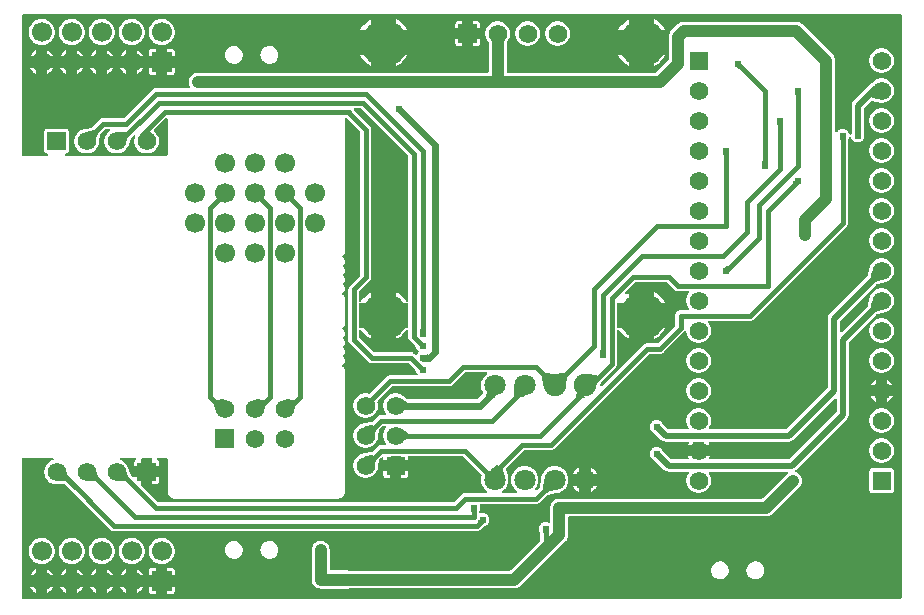
<source format=gbl>
G04 Layer: BottomLayer*
G04 EasyEDA v6.4.17, 2021-03-02T21:28:07+01:00*
G04 1007e7e2c1864e39a1c220729244a999,9c416354eb984020824aaf9c885bead6,10*
G04 Gerber Generator version 0.2*
G04 Scale: 100 percent, Rotated: No, Reflected: No *
G04 Dimensions in inches *
G04 leading zeros omitted , absolute positions ,3 integer and 6 decimal *
%FSLAX36Y36*%
%MOIN*%

%ADD12C,0.0400*%
%ADD14C,0.0157*%
%ADD15C,0.0394*%
%ADD16C,0.0236*%
%ADD17C,0.0200*%
%ADD20C,0.0240*%
%ADD21C,0.0240*%
%ADD35C,0.0669*%
%ADD36R,0.0620X0.0620*%
%ADD37C,0.0620*%
%ADD39C,0.0669*%
%ADD40C,0.0709*%
%ADD41C,0.0750*%
%ADD42C,0.1575*%

%LPD*%
G36*
X1048020Y-160560D02*
G01*
X1046300Y-160340D01*
X1044840Y-159420D01*
X1042180Y-156800D01*
X1039460Y-154740D01*
X1036480Y-153260D01*
X1033300Y-152340D01*
X1029820Y-152020D01*
X909100Y-152020D01*
X907580Y-151720D01*
X906280Y-150860D01*
X859140Y-103720D01*
X858280Y-102420D01*
X857980Y-100900D01*
X857980Y-80200D01*
X858319Y-78560D01*
X859320Y-77200D01*
X860800Y-76380D01*
X862460Y-76240D01*
X864060Y-76780D01*
X865280Y-77940D01*
X869100Y-83539D01*
X874340Y-89840D01*
X880160Y-95660D01*
X886460Y-100900D01*
X893240Y-105520D01*
X898139Y-108260D01*
X898139Y-71880D01*
X861979Y-71880D01*
X860440Y-71560D01*
X859140Y-70700D01*
X858280Y-69400D01*
X857980Y-67880D01*
X857980Y7860D01*
X858280Y9400D01*
X859140Y10700D01*
X860440Y11560D01*
X861979Y11860D01*
X898139Y11860D01*
X898139Y48259D01*
X893240Y45519D01*
X886460Y40900D01*
X880160Y35660D01*
X874340Y29840D01*
X869100Y23540D01*
X865280Y17940D01*
X864060Y16780D01*
X862460Y16220D01*
X860800Y16379D01*
X859320Y17200D01*
X858319Y18560D01*
X857980Y20200D01*
X857980Y47600D01*
X858280Y49120D01*
X859140Y50420D01*
X893180Y84500D01*
X895260Y87240D01*
X896740Y90220D01*
X897660Y93400D01*
X897980Y96880D01*
X897960Y590700D01*
X897480Y594120D01*
X896420Y597260D01*
X894820Y600140D01*
X892580Y602840D01*
X842940Y652480D01*
X842220Y653439D01*
X841160Y656740D01*
X840960Y658240D01*
X841320Y659700D01*
X842200Y660920D01*
X843460Y661740D01*
X844960Y662020D01*
X860900Y662020D01*
X862420Y661720D01*
X863720Y660860D01*
X1020860Y503720D01*
X1021720Y502420D01*
X1022020Y500900D01*
X1022020Y20200D01*
X1021680Y18560D01*
X1020680Y17200D01*
X1019200Y16379D01*
X1017540Y16220D01*
X1015939Y16780D01*
X1014720Y17940D01*
X1010900Y23540D01*
X1005660Y29840D01*
X999840Y35660D01*
X993540Y40900D01*
X986760Y45519D01*
X981880Y48259D01*
X981880Y11860D01*
X1018020Y11860D01*
X1019560Y11560D01*
X1020860Y10700D01*
X1021720Y9400D01*
X1022020Y7860D01*
X1022020Y-67880D01*
X1021720Y-69400D01*
X1020860Y-70700D01*
X1019560Y-71560D01*
X1018020Y-71880D01*
X981880Y-71880D01*
X981880Y-108260D01*
X986760Y-105520D01*
X993540Y-100900D01*
X999840Y-95660D01*
X1005660Y-89840D01*
X1010900Y-83539D01*
X1014720Y-77940D01*
X1015939Y-76780D01*
X1017540Y-76240D01*
X1019200Y-76380D01*
X1020680Y-77200D01*
X1021680Y-78560D01*
X1022020Y-80200D01*
X1022039Y-100700D01*
X1022520Y-104120D01*
X1023580Y-107260D01*
X1025180Y-110140D01*
X1027420Y-112840D01*
X1045080Y-130500D01*
X1048080Y-134380D01*
X1048760Y-135780D01*
X1049240Y-137560D01*
X1050880Y-141040D01*
X1053080Y-144200D01*
X1056060Y-147180D01*
X1056920Y-148480D01*
X1057220Y-150020D01*
X1056920Y-151540D01*
X1056060Y-152840D01*
X1053080Y-155800D01*
X1050940Y-158880D01*
X1049660Y-160040D01*
G37*

%LPD*%
G36*
X1665600Y-266140D02*
G01*
X1664079Y-265840D01*
X1662780Y-265000D01*
X1661900Y-263720D01*
X1661579Y-262200D01*
X1661860Y-260660D01*
X1666260Y-249620D01*
X1667140Y-248280D01*
X1713180Y-202200D01*
X1715260Y-199460D01*
X1716740Y-196480D01*
X1717660Y-193299D01*
X1717980Y-189820D01*
X1717980Y-80200D01*
X1718320Y-78560D01*
X1719319Y-77200D01*
X1720800Y-76380D01*
X1722460Y-76240D01*
X1724060Y-76780D01*
X1725280Y-77940D01*
X1729100Y-83539D01*
X1734340Y-89840D01*
X1740160Y-95660D01*
X1746459Y-100900D01*
X1753240Y-105520D01*
X1758140Y-108260D01*
X1758140Y-71880D01*
X1721980Y-71880D01*
X1720440Y-71560D01*
X1719139Y-70700D01*
X1718280Y-69400D01*
X1717980Y-67880D01*
X1717980Y7860D01*
X1718280Y9400D01*
X1719139Y10700D01*
X1720440Y11560D01*
X1721980Y11860D01*
X1758140Y11860D01*
X1758140Y48259D01*
X1753240Y45519D01*
X1749840Y43200D01*
X1748300Y42580D01*
X1746620Y42619D01*
X1745100Y43360D01*
X1744040Y44660D01*
X1743600Y46260D01*
X1743839Y47920D01*
X1744760Y49340D01*
X1776279Y80860D01*
X1777580Y81720D01*
X1779100Y82020D01*
X1880900Y82020D01*
X1882420Y81720D01*
X1883720Y80860D01*
X1907800Y56820D01*
X1910540Y54740D01*
X1913520Y53259D01*
X1916699Y52340D01*
X1920180Y52020D01*
X1954720Y52020D01*
X1956220Y51740D01*
X1957480Y50920D01*
X1958360Y49680D01*
X1958720Y48200D01*
X1958500Y46700D01*
X1954420Y40540D01*
X1952040Y35720D01*
X1950300Y30640D01*
X1949259Y25360D01*
X1948899Y20000D01*
X1949259Y14640D01*
X1950300Y9360D01*
X1952040Y4280D01*
X1954420Y-540D01*
X1958500Y-6700D01*
X1958720Y-8200D01*
X1958360Y-9680D01*
X1957480Y-10920D01*
X1956220Y-11740D01*
X1954720Y-12020D01*
X1930100Y-12020D01*
X1928340Y-12100D01*
X1926699Y-12340D01*
X1925080Y-12720D01*
X1923500Y-13240D01*
X1922000Y-13919D01*
X1920540Y-14720D01*
X1919180Y-15660D01*
X1917900Y-16720D01*
X1916720Y-17900D01*
X1915660Y-19180D01*
X1914720Y-20540D01*
X1913920Y-22000D01*
X1913240Y-23500D01*
X1912720Y-25080D01*
X1912340Y-26700D01*
X1912100Y-28340D01*
X1912020Y-30099D01*
X1912020Y-60900D01*
X1911720Y-62420D01*
X1910860Y-63720D01*
X1853720Y-120860D01*
X1852420Y-121720D01*
X1850900Y-122020D01*
X1818100Y-122040D01*
X1814680Y-122520D01*
X1811540Y-123580D01*
X1808660Y-125180D01*
X1805960Y-127420D01*
X1668400Y-264980D01*
X1667120Y-265840D01*
G37*

%LPC*%
G36*
X1841879Y-108260D02*
G01*
X1846759Y-105520D01*
X1853540Y-100900D01*
X1859840Y-95660D01*
X1865660Y-89840D01*
X1870900Y-83539D01*
X1875520Y-76760D01*
X1878260Y-71880D01*
X1841879Y-71880D01*
G37*
G36*
X1841879Y11860D02*
G01*
X1878260Y11860D01*
X1875520Y16760D01*
X1870900Y23540D01*
X1865660Y29840D01*
X1859840Y35660D01*
X1853540Y40900D01*
X1846759Y45519D01*
X1841879Y48259D01*
G37*

%LPD*%
G36*
X189100Y-652020D02*
G01*
X187580Y-651720D01*
X186280Y-650860D01*
X133180Y-597760D01*
X132300Y-596460D01*
X132000Y-594920D01*
X132000Y-569180D01*
X106260Y-569180D01*
X104720Y-568880D01*
X103420Y-568000D01*
X98699Y-563280D01*
X97780Y-561860D01*
X89440Y-539800D01*
X87960Y-535460D01*
X85580Y-530640D01*
X82600Y-526160D01*
X79060Y-522120D01*
X75020Y-518579D01*
X70540Y-515600D01*
X65720Y-513220D01*
X62560Y-512140D01*
X61180Y-511340D01*
X60220Y-510060D01*
X59840Y-508500D01*
X60100Y-506920D01*
X60960Y-505580D01*
X62280Y-504680D01*
X63840Y-504360D01*
X111500Y-504360D01*
X113160Y-504720D01*
X114520Y-505740D01*
X115340Y-507239D01*
X115440Y-508940D01*
X114840Y-510540D01*
X113620Y-511740D01*
X112720Y-512299D01*
X111120Y-513900D01*
X109920Y-515800D01*
X109179Y-517939D01*
X108900Y-520400D01*
X108900Y-533180D01*
X132000Y-533180D01*
X132000Y-508360D01*
X132300Y-506820D01*
X133180Y-505520D01*
X134460Y-504660D01*
X136000Y-504360D01*
X164000Y-504360D01*
X165539Y-504660D01*
X166820Y-505520D01*
X167700Y-506820D01*
X168000Y-508360D01*
X168000Y-533180D01*
X191100Y-533180D01*
X191100Y-520400D01*
X190820Y-517939D01*
X190080Y-515800D01*
X188880Y-513900D01*
X187280Y-512299D01*
X186380Y-511740D01*
X185159Y-510540D01*
X184560Y-508940D01*
X184660Y-507239D01*
X185479Y-505740D01*
X186840Y-504720D01*
X188500Y-504360D01*
X215900Y-504360D01*
X217440Y-504660D01*
X218720Y-505520D01*
X219600Y-506820D01*
X219899Y-508360D01*
X219899Y-619840D01*
X220020Y-621320D01*
X220820Y-624080D01*
X221880Y-626000D01*
X222960Y-627240D01*
X232760Y-637040D01*
X233880Y-638000D01*
X236400Y-639380D01*
X238500Y-639980D01*
X240159Y-640100D01*
X789840Y-640100D01*
X791320Y-639980D01*
X794080Y-639180D01*
X796000Y-638120D01*
X797240Y-637040D01*
X807039Y-627240D01*
X808000Y-626120D01*
X809380Y-623600D01*
X809980Y-621500D01*
X810100Y-619840D01*
X810100Y-210240D01*
X809800Y-207700D01*
X808980Y-205560D01*
X807600Y-203560D01*
X806400Y-202360D01*
X803300Y-200240D01*
X802480Y-198920D01*
X802220Y-197380D01*
X802560Y-195880D01*
X803439Y-194600D01*
X805000Y-193120D01*
X807099Y-190219D01*
X808660Y-187000D01*
X809599Y-183560D01*
X809920Y-180000D01*
X809599Y-176439D01*
X808660Y-173000D01*
X807099Y-169780D01*
X805340Y-167360D01*
X804659Y-165840D01*
X804659Y-164160D01*
X805340Y-162640D01*
X807099Y-160219D01*
X808660Y-157000D01*
X809599Y-153560D01*
X809920Y-150000D01*
X809599Y-146440D01*
X808660Y-143000D01*
X807099Y-139780D01*
X805340Y-137360D01*
X804659Y-135840D01*
X804659Y-134160D01*
X805340Y-132640D01*
X807099Y-130220D01*
X808660Y-127000D01*
X809599Y-123560D01*
X809920Y-120000D01*
X809599Y-116440D01*
X808660Y-113000D01*
X807099Y-109780D01*
X805340Y-107360D01*
X804659Y-105840D01*
X804659Y-104160D01*
X805340Y-102640D01*
X807099Y-100220D01*
X808660Y-97000D01*
X809599Y-93560D01*
X809920Y-90000D01*
X809599Y-86440D01*
X808660Y-83000D01*
X807099Y-79780D01*
X804980Y-76860D01*
X803500Y-75380D01*
X802560Y-73900D01*
X802340Y-72180D01*
X802860Y-70520D01*
X804040Y-69260D01*
X806440Y-67600D01*
X807640Y-66400D01*
X808660Y-65000D01*
X809640Y-62840D01*
X810100Y-59940D01*
X810100Y29760D01*
X809800Y32300D01*
X808980Y34440D01*
X807600Y36440D01*
X806400Y37640D01*
X803300Y39760D01*
X802480Y41080D01*
X802220Y42619D01*
X802560Y44120D01*
X803439Y45400D01*
X805000Y46880D01*
X807099Y49780D01*
X808660Y53000D01*
X809599Y56440D01*
X809920Y60000D01*
X809599Y63560D01*
X808660Y67000D01*
X807099Y70220D01*
X805340Y72640D01*
X804659Y74160D01*
X804659Y75840D01*
X805340Y77360D01*
X807099Y79780D01*
X808660Y83000D01*
X809599Y86440D01*
X809920Y90000D01*
X809599Y93560D01*
X808660Y97000D01*
X807099Y100220D01*
X805340Y102640D01*
X804659Y104160D01*
X804659Y105840D01*
X805340Y107360D01*
X807099Y109780D01*
X808660Y113000D01*
X809599Y116440D01*
X809920Y120000D01*
X809599Y123560D01*
X808660Y127000D01*
X807099Y130220D01*
X805340Y132640D01*
X804659Y134160D01*
X804659Y135840D01*
X805340Y137360D01*
X807099Y139780D01*
X808660Y143000D01*
X809599Y146440D01*
X809920Y150000D01*
X809599Y153560D01*
X808660Y157000D01*
X807099Y160219D01*
X804980Y163140D01*
X803500Y164620D01*
X802560Y166100D01*
X802340Y167820D01*
X802860Y169480D01*
X804040Y170740D01*
X806440Y172399D01*
X807640Y173600D01*
X808660Y175000D01*
X809640Y177160D01*
X810100Y180060D01*
X810100Y624820D01*
X810400Y626360D01*
X811280Y627660D01*
X812560Y628520D01*
X814100Y628820D01*
X815639Y628520D01*
X816919Y627660D01*
X860860Y583720D01*
X861720Y582420D01*
X862020Y580900D01*
X862020Y105800D01*
X861720Y104280D01*
X860860Y102980D01*
X826820Y68900D01*
X824740Y66160D01*
X823259Y63179D01*
X822340Y60000D01*
X822020Y56520D01*
X822039Y-110700D01*
X822520Y-114120D01*
X823580Y-117260D01*
X825180Y-120140D01*
X827420Y-122840D01*
X887800Y-183180D01*
X890540Y-185260D01*
X893520Y-186740D01*
X896700Y-187659D01*
X900180Y-187979D01*
X1020900Y-187979D01*
X1022420Y-188280D01*
X1023720Y-189140D01*
X1045080Y-210500D01*
X1048080Y-214380D01*
X1048760Y-215780D01*
X1049240Y-217560D01*
X1050880Y-221040D01*
X1052340Y-223140D01*
X1053000Y-224740D01*
X1052940Y-226480D01*
X1052140Y-228000D01*
X1050760Y-229060D01*
X1049060Y-229440D01*
X961900Y-229460D01*
X958480Y-229940D01*
X955340Y-230980D01*
X952440Y-232600D01*
X949740Y-234840D01*
X895100Y-289480D01*
X893900Y-290300D01*
X892460Y-290640D01*
X885360Y-289260D01*
X880000Y-288900D01*
X874640Y-289260D01*
X869360Y-290300D01*
X864280Y-292040D01*
X859460Y-294420D01*
X854980Y-297400D01*
X850939Y-300940D01*
X847400Y-304980D01*
X844419Y-309460D01*
X842039Y-314280D01*
X840300Y-319360D01*
X839260Y-324640D01*
X838900Y-330000D01*
X839260Y-335360D01*
X840300Y-340640D01*
X842039Y-345720D01*
X844419Y-350540D01*
X847400Y-355020D01*
X850939Y-359060D01*
X854980Y-362600D01*
X859460Y-365580D01*
X864280Y-367960D01*
X869360Y-369700D01*
X874640Y-370740D01*
X880000Y-371100D01*
X885360Y-370740D01*
X890639Y-369700D01*
X895720Y-367960D01*
X900540Y-365580D01*
X905020Y-362600D01*
X909060Y-359060D01*
X912600Y-355020D01*
X915580Y-350540D01*
X917960Y-345720D01*
X919700Y-340640D01*
X920740Y-335360D01*
X921100Y-330000D01*
X920740Y-324640D01*
X919360Y-317540D01*
X919700Y-316100D01*
X920520Y-314900D01*
X968860Y-266560D01*
X970160Y-265700D01*
X971680Y-265380D01*
X1157840Y-265360D01*
X1161260Y-264900D01*
X1164420Y-263840D01*
X1167300Y-262220D01*
X1170000Y-260000D01*
X1210840Y-219140D01*
X1212140Y-218280D01*
X1213680Y-217979D01*
X1281699Y-217979D01*
X1283320Y-218320D01*
X1284680Y-219300D01*
X1285500Y-220740D01*
X1285680Y-222399D01*
X1285160Y-223980D01*
X1284060Y-225219D01*
X1280980Y-227440D01*
X1276820Y-231360D01*
X1273160Y-235760D01*
X1270100Y-240580D01*
X1267680Y-245760D01*
X1265900Y-251200D01*
X1264840Y-256820D01*
X1264480Y-262520D01*
X1264840Y-268220D01*
X1265900Y-273840D01*
X1267680Y-279280D01*
X1270640Y-285720D01*
X1270720Y-287060D01*
X1270340Y-288340D01*
X1269560Y-289440D01*
X1252100Y-306920D01*
X1250800Y-307780D01*
X1249260Y-308080D01*
X1021140Y-308080D01*
X1019920Y-307900D01*
X1018820Y-307360D01*
X1006240Y-298460D01*
X1005020Y-297400D01*
X1000540Y-294420D01*
X995720Y-292040D01*
X990639Y-290300D01*
X985360Y-289260D01*
X980000Y-288900D01*
X974640Y-289260D01*
X969360Y-290300D01*
X964280Y-292040D01*
X959460Y-294420D01*
X954980Y-297400D01*
X950939Y-300940D01*
X947400Y-304980D01*
X944419Y-309460D01*
X942039Y-314280D01*
X940300Y-319360D01*
X939260Y-324640D01*
X938900Y-330000D01*
X939260Y-335360D01*
X940300Y-340640D01*
X942039Y-345720D01*
X944419Y-350540D01*
X948500Y-356700D01*
X948720Y-358200D01*
X948360Y-359680D01*
X947480Y-360920D01*
X946220Y-361740D01*
X944720Y-362020D01*
X929300Y-362040D01*
X925879Y-362520D01*
X922740Y-363579D01*
X919860Y-365180D01*
X917159Y-367420D01*
X900300Y-384280D01*
X899320Y-385000D01*
X898160Y-385379D01*
X876360Y-389099D01*
X874659Y-389260D01*
X869360Y-390300D01*
X864280Y-392040D01*
X859460Y-394420D01*
X854980Y-397400D01*
X850939Y-400940D01*
X847400Y-404980D01*
X844419Y-409460D01*
X842039Y-414280D01*
X840300Y-419360D01*
X839260Y-424640D01*
X838900Y-430000D01*
X839260Y-435360D01*
X840300Y-440640D01*
X842039Y-445720D01*
X844419Y-450540D01*
X847400Y-455020D01*
X850939Y-459060D01*
X854980Y-462600D01*
X859460Y-465580D01*
X864280Y-467960D01*
X869360Y-469700D01*
X874640Y-470740D01*
X880000Y-471100D01*
X885360Y-470740D01*
X890639Y-469700D01*
X895720Y-467960D01*
X900540Y-465580D01*
X905020Y-462600D01*
X909060Y-459060D01*
X912600Y-455020D01*
X915580Y-450540D01*
X917960Y-445720D01*
X919700Y-440640D01*
X920740Y-435340D01*
X920900Y-433640D01*
X924620Y-411840D01*
X925000Y-410680D01*
X925720Y-409700D01*
X936280Y-399140D01*
X937580Y-398280D01*
X939100Y-397980D01*
X944720Y-397980D01*
X946220Y-398260D01*
X947480Y-399080D01*
X948360Y-400319D01*
X948720Y-401800D01*
X948500Y-403300D01*
X944419Y-409460D01*
X942039Y-414280D01*
X940300Y-419360D01*
X939260Y-424640D01*
X938900Y-430000D01*
X939260Y-435360D01*
X940300Y-440640D01*
X942039Y-445720D01*
X944419Y-450540D01*
X948500Y-456700D01*
X948720Y-458200D01*
X948360Y-459680D01*
X947480Y-460920D01*
X946220Y-461740D01*
X944720Y-462020D01*
X929300Y-462040D01*
X925879Y-462520D01*
X922740Y-463579D01*
X919860Y-465180D01*
X917159Y-467420D01*
X900300Y-484280D01*
X899320Y-485000D01*
X898160Y-485379D01*
X876360Y-489099D01*
X874659Y-489260D01*
X869360Y-490300D01*
X864280Y-492040D01*
X859460Y-494420D01*
X854980Y-497400D01*
X850939Y-500940D01*
X847400Y-504980D01*
X844419Y-509460D01*
X842039Y-514280D01*
X840300Y-519360D01*
X839260Y-524640D01*
X838900Y-530000D01*
X839260Y-535360D01*
X840300Y-540640D01*
X842039Y-545720D01*
X844419Y-550540D01*
X847400Y-555020D01*
X850939Y-559060D01*
X854980Y-562600D01*
X859460Y-565580D01*
X864280Y-567960D01*
X869360Y-569700D01*
X874640Y-570740D01*
X880000Y-571100D01*
X885360Y-570740D01*
X890639Y-569700D01*
X895720Y-567960D01*
X900540Y-565580D01*
X905020Y-562600D01*
X909060Y-559060D01*
X912600Y-555020D01*
X915580Y-550540D01*
X917960Y-545720D01*
X919700Y-540640D01*
X920740Y-535340D01*
X920900Y-533640D01*
X924620Y-511840D01*
X925000Y-510680D01*
X925720Y-509700D01*
X932080Y-503340D01*
X933360Y-502480D01*
X934900Y-502180D01*
X936440Y-502480D01*
X937720Y-503340D01*
X938600Y-504640D01*
X938900Y-506180D01*
X938900Y-512000D01*
X962000Y-512000D01*
X962000Y-501980D01*
X962300Y-500439D01*
X963180Y-499140D01*
X964460Y-498280D01*
X966000Y-497980D01*
X994000Y-497980D01*
X995540Y-498280D01*
X996820Y-499140D01*
X997700Y-500439D01*
X998000Y-501980D01*
X998000Y-512000D01*
X1021100Y-512000D01*
X1021100Y-501980D01*
X1021400Y-500439D01*
X1022280Y-499140D01*
X1023560Y-498280D01*
X1025100Y-497980D01*
X1200900Y-497980D01*
X1202420Y-498280D01*
X1203720Y-499140D01*
X1265360Y-560780D01*
X1266180Y-561980D01*
X1266520Y-563400D01*
X1266340Y-564840D01*
X1265900Y-566160D01*
X1264840Y-571780D01*
X1264480Y-577480D01*
X1264840Y-583180D01*
X1265900Y-588800D01*
X1267680Y-594240D01*
X1270100Y-599420D01*
X1273160Y-604240D01*
X1276820Y-608640D01*
X1280980Y-612560D01*
X1284060Y-614780D01*
X1285160Y-616020D01*
X1285680Y-617600D01*
X1285500Y-619260D01*
X1284680Y-620700D01*
X1283320Y-621680D01*
X1281699Y-622020D01*
X1209300Y-622040D01*
X1205880Y-622520D01*
X1202740Y-623580D01*
X1199860Y-625180D01*
X1197160Y-627420D01*
X1173720Y-650860D01*
X1172420Y-651720D01*
X1170900Y-652020D01*
G37*

%LPC*%
G36*
X168000Y-592280D02*
G01*
X180780Y-592280D01*
X183240Y-592000D01*
X185380Y-591260D01*
X187280Y-590060D01*
X188880Y-588460D01*
X190080Y-586560D01*
X190820Y-584420D01*
X191100Y-581960D01*
X191100Y-569180D01*
X168000Y-569180D01*
G37*
G36*
X949220Y-571100D02*
G01*
X962000Y-571100D01*
X962000Y-548000D01*
X938900Y-548000D01*
X938900Y-560780D01*
X939180Y-563240D01*
X939920Y-565380D01*
X941120Y-567280D01*
X942720Y-568880D01*
X944620Y-570080D01*
X946760Y-570820D01*
G37*
G36*
X998000Y-571100D02*
G01*
X1010780Y-571100D01*
X1013240Y-570820D01*
X1015380Y-570080D01*
X1017280Y-568880D01*
X1018880Y-567280D01*
X1020080Y-565380D01*
X1020819Y-563240D01*
X1021100Y-560780D01*
X1021100Y-548000D01*
X998000Y-548000D01*
G37*

%LPD*%
G36*
X-261500Y-974160D02*
G01*
X-263020Y-973840D01*
X-264320Y-972980D01*
X-265180Y-971680D01*
X-265500Y-970160D01*
X-265500Y-508360D01*
X-265180Y-506820D01*
X-264320Y-505520D01*
X-263020Y-504660D01*
X-261500Y-504360D01*
X-163840Y-504360D01*
X-162280Y-504680D01*
X-160960Y-505580D01*
X-160100Y-506920D01*
X-159840Y-508500D01*
X-160219Y-510060D01*
X-161180Y-511340D01*
X-162540Y-512140D01*
X-165720Y-513220D01*
X-170539Y-515600D01*
X-175020Y-518579D01*
X-179060Y-522120D01*
X-182600Y-526160D01*
X-185580Y-530640D01*
X-187960Y-535460D01*
X-189700Y-540540D01*
X-190740Y-545820D01*
X-191100Y-551180D01*
X-190740Y-556540D01*
X-189700Y-561820D01*
X-187960Y-566900D01*
X-185580Y-571720D01*
X-182600Y-576200D01*
X-179060Y-580240D01*
X-175020Y-583780D01*
X-170539Y-586760D01*
X-165720Y-589140D01*
X-160640Y-590880D01*
X-155360Y-591920D01*
X-149980Y-592280D01*
X-145960Y-592040D01*
X-125420Y-591720D01*
X-123859Y-592020D01*
X-122520Y-592900D01*
X27799Y-743180D01*
X30540Y-745260D01*
X33520Y-746740D01*
X36700Y-747660D01*
X40180Y-747980D01*
X1250700Y-747960D01*
X1254120Y-747480D01*
X1257260Y-746420D01*
X1260140Y-744820D01*
X1262840Y-742580D01*
X1270500Y-734920D01*
X1274380Y-731919D01*
X1275780Y-731240D01*
X1277560Y-730759D01*
X1281040Y-729120D01*
X1284199Y-726919D01*
X1286920Y-724200D01*
X1289120Y-721040D01*
X1290760Y-717560D01*
X1291740Y-713840D01*
X1292080Y-710000D01*
X1291740Y-706160D01*
X1290760Y-702440D01*
X1289120Y-698960D01*
X1286920Y-695800D01*
X1284199Y-693080D01*
X1281040Y-690879D01*
X1277560Y-689240D01*
X1273840Y-688259D01*
X1270000Y-687920D01*
X1266160Y-688259D01*
X1263300Y-689020D01*
X1261720Y-689120D01*
X1260220Y-688600D01*
X1259040Y-687540D01*
X1258360Y-686100D01*
X1258320Y-684520D01*
X1258660Y-682400D01*
X1258980Y-681360D01*
X1260760Y-677560D01*
X1261740Y-673840D01*
X1262080Y-670000D01*
X1261740Y-666160D01*
X1260900Y-663000D01*
X1260780Y-661560D01*
X1261200Y-660160D01*
X1262100Y-659000D01*
X1263340Y-658240D01*
X1264760Y-657980D01*
X1447480Y-657980D01*
X1451260Y-657560D01*
X1454420Y-656580D01*
X1457340Y-655020D01*
X1460080Y-652840D01*
X1485960Y-628000D01*
X1486940Y-627300D01*
X1488100Y-626940D01*
X1514940Y-622660D01*
X1518540Y-622200D01*
X1524060Y-620780D01*
X1529379Y-618680D01*
X1534400Y-615920D01*
X1539019Y-612560D01*
X1543180Y-608640D01*
X1546840Y-604240D01*
X1549900Y-599420D01*
X1552320Y-594240D01*
X1554100Y-588800D01*
X1555160Y-583180D01*
X1555520Y-577480D01*
X1555160Y-571780D01*
X1554100Y-566160D01*
X1552320Y-560720D01*
X1549900Y-555540D01*
X1546840Y-550720D01*
X1543180Y-546320D01*
X1539019Y-542400D01*
X1534400Y-539040D01*
X1529379Y-536280D01*
X1524060Y-534180D01*
X1518540Y-532760D01*
X1512860Y-532040D01*
X1507140Y-532040D01*
X1501459Y-532760D01*
X1495940Y-534180D01*
X1490620Y-536280D01*
X1485600Y-539040D01*
X1480980Y-542400D01*
X1476819Y-546320D01*
X1473160Y-550720D01*
X1470100Y-555540D01*
X1467680Y-560720D01*
X1465900Y-566160D01*
X1464820Y-571820D01*
X1464580Y-574640D01*
X1461399Y-600500D01*
X1461020Y-601800D01*
X1460200Y-602880D01*
X1450940Y-611780D01*
X1449480Y-612680D01*
X1447760Y-612880D01*
X1446140Y-612340D01*
X1444880Y-611180D01*
X1444220Y-609600D01*
X1444300Y-607880D01*
X1445080Y-606340D01*
X1446840Y-604240D01*
X1449900Y-599420D01*
X1452320Y-594240D01*
X1454100Y-588800D01*
X1455160Y-583180D01*
X1455520Y-577480D01*
X1455160Y-571780D01*
X1454100Y-566160D01*
X1452320Y-560720D01*
X1449900Y-555540D01*
X1446840Y-550720D01*
X1443180Y-546320D01*
X1439019Y-542400D01*
X1434400Y-539040D01*
X1429379Y-536280D01*
X1424060Y-534180D01*
X1418540Y-532760D01*
X1412860Y-532040D01*
X1407140Y-532040D01*
X1401459Y-532760D01*
X1395940Y-534180D01*
X1390620Y-536280D01*
X1385600Y-539040D01*
X1380980Y-542400D01*
X1376819Y-546320D01*
X1373160Y-550720D01*
X1370100Y-555540D01*
X1367680Y-560720D01*
X1365900Y-566160D01*
X1364840Y-571780D01*
X1364480Y-577480D01*
X1364840Y-583180D01*
X1365900Y-588800D01*
X1367680Y-594240D01*
X1370100Y-599420D01*
X1373160Y-604240D01*
X1376819Y-608640D01*
X1380980Y-612560D01*
X1384060Y-614780D01*
X1385160Y-616020D01*
X1385680Y-617600D01*
X1385500Y-619260D01*
X1384680Y-620700D01*
X1383320Y-621680D01*
X1381699Y-622020D01*
X1338300Y-622020D01*
X1336680Y-621680D01*
X1335320Y-620700D01*
X1334500Y-619260D01*
X1334319Y-617600D01*
X1334840Y-616020D01*
X1335940Y-614780D01*
X1339019Y-612560D01*
X1343180Y-608640D01*
X1346840Y-604240D01*
X1349900Y-599420D01*
X1352320Y-594240D01*
X1354100Y-588800D01*
X1355160Y-583180D01*
X1355520Y-577480D01*
X1355160Y-571780D01*
X1354079Y-566140D01*
X1353040Y-562700D01*
X1347320Y-540900D01*
X1347200Y-539520D01*
X1347560Y-538200D01*
X1348360Y-537060D01*
X1406279Y-479140D01*
X1407580Y-478280D01*
X1409100Y-477980D01*
X1499500Y-477960D01*
X1502920Y-477480D01*
X1506060Y-476420D01*
X1508940Y-474820D01*
X1511639Y-472580D01*
X1825080Y-159140D01*
X1826380Y-158280D01*
X1827900Y-157980D01*
X1860700Y-157960D01*
X1864120Y-157480D01*
X1867260Y-156420D01*
X1870140Y-154820D01*
X1872840Y-152580D01*
X1942460Y-82960D01*
X1943899Y-82040D01*
X1945600Y-81800D01*
X1947240Y-82300D01*
X1948520Y-83460D01*
X1949199Y-85020D01*
X1950320Y-90640D01*
X1952040Y-95719D01*
X1954420Y-100540D01*
X1957400Y-105020D01*
X1960940Y-109060D01*
X1964980Y-112600D01*
X1969460Y-115580D01*
X1974280Y-117960D01*
X1979360Y-119700D01*
X1984640Y-120740D01*
X1990000Y-121100D01*
X1995360Y-120740D01*
X2000640Y-119700D01*
X2005720Y-117960D01*
X2010540Y-115580D01*
X2015020Y-112600D01*
X2019060Y-109060D01*
X2022600Y-105020D01*
X2025580Y-100540D01*
X2027960Y-95719D01*
X2029700Y-90640D01*
X2030740Y-85360D01*
X2031100Y-80000D01*
X2030740Y-74640D01*
X2029700Y-69360D01*
X2027960Y-64280D01*
X2025580Y-59460D01*
X2021500Y-53300D01*
X2021279Y-51800D01*
X2021639Y-50320D01*
X2022520Y-49080D01*
X2023779Y-48259D01*
X2025280Y-47980D01*
X2160700Y-47960D01*
X2164120Y-47480D01*
X2167260Y-46420D01*
X2170140Y-44820D01*
X2172840Y-42580D01*
X2483180Y267800D01*
X2485260Y270540D01*
X2486740Y273520D01*
X2487660Y276700D01*
X2487980Y280180D01*
X2487980Y552720D01*
X2488560Y557380D01*
X2488900Y558540D01*
X2490760Y562460D01*
X2491140Y563880D01*
X2491940Y565420D01*
X2493300Y566460D01*
X2495000Y566840D01*
X2496700Y566460D01*
X2498060Y565420D01*
X2498860Y563880D01*
X2499240Y562440D01*
X2500880Y558960D01*
X2503080Y555800D01*
X2505800Y553080D01*
X2508960Y550880D01*
X2512440Y549240D01*
X2516160Y548260D01*
X2520000Y547920D01*
X2523840Y548260D01*
X2527560Y549240D01*
X2531040Y550880D01*
X2534200Y553080D01*
X2536920Y555800D01*
X2539120Y558960D01*
X2540760Y562440D01*
X2541740Y566160D01*
X2542080Y570000D01*
X2541740Y573840D01*
X2540760Y577560D01*
X2540480Y578140D01*
X2540100Y579840D01*
X2540100Y660020D01*
X2540400Y661540D01*
X2541280Y662840D01*
X2563720Y685300D01*
X2564820Y686080D01*
X2566139Y686440D01*
X2567480Y686360D01*
X2582660Y682720D01*
X2584280Y682039D01*
X2589360Y680300D01*
X2594640Y679260D01*
X2600000Y678900D01*
X2605360Y679260D01*
X2610640Y680300D01*
X2615720Y682039D01*
X2620539Y684419D01*
X2625020Y687400D01*
X2629060Y690939D01*
X2632600Y694980D01*
X2635580Y699460D01*
X2637960Y704280D01*
X2639700Y709360D01*
X2640740Y714640D01*
X2641100Y720000D01*
X2640740Y725360D01*
X2639700Y730639D01*
X2637960Y735720D01*
X2635580Y740540D01*
X2632600Y745020D01*
X2629060Y749060D01*
X2625020Y752600D01*
X2620539Y755580D01*
X2615720Y757960D01*
X2610640Y759700D01*
X2605360Y760740D01*
X2600000Y761100D01*
X2594640Y760740D01*
X2589360Y759700D01*
X2584280Y757960D01*
X2579460Y755580D01*
X2574980Y752600D01*
X2570940Y749060D01*
X2567400Y745020D01*
X2566460Y743780D01*
X2559240Y737039D01*
X2557060Y735380D01*
X2555720Y734160D01*
X2505840Y684280D01*
X2504600Y682920D01*
X2503540Y681520D01*
X2502600Y680040D01*
X2501780Y678500D01*
X2501120Y676880D01*
X2500580Y675200D01*
X2500200Y673480D01*
X2499980Y671760D01*
X2499900Y669920D01*
X2499900Y579840D01*
X2499520Y578140D01*
X2498860Y576120D01*
X2498060Y574580D01*
X2496700Y573540D01*
X2495000Y573160D01*
X2493300Y573540D01*
X2491940Y574580D01*
X2491140Y576120D01*
X2490760Y577560D01*
X2489120Y581040D01*
X2486920Y584200D01*
X2484200Y586920D01*
X2481040Y589120D01*
X2477560Y590760D01*
X2473840Y591740D01*
X2470000Y592080D01*
X2466160Y591740D01*
X2462440Y590760D01*
X2458960Y589120D01*
X2455800Y586920D01*
X2453080Y584200D01*
X2452060Y582740D01*
X2450840Y581600D01*
X2449240Y581060D01*
X2447580Y581220D01*
X2446120Y582040D01*
X2445140Y583400D01*
X2444780Y585040D01*
X2444760Y821040D01*
X2444440Y824520D01*
X2444280Y825460D01*
X2443440Y828860D01*
X2443140Y829760D01*
X2441800Y832980D01*
X2441360Y833860D01*
X2439560Y836840D01*
X2436780Y840320D01*
X2335320Y941780D01*
X2331840Y944560D01*
X2328860Y946360D01*
X2327980Y946800D01*
X2324760Y948139D01*
X2323860Y948439D01*
X2320460Y949280D01*
X2319520Y949440D01*
X2316040Y949760D01*
X1938959Y949760D01*
X1935480Y949440D01*
X1934540Y949280D01*
X1931140Y948439D01*
X1930240Y948139D01*
X1927020Y946800D01*
X1926140Y946360D01*
X1923160Y944560D01*
X1919680Y941780D01*
X1898220Y920320D01*
X1895440Y916840D01*
X1893640Y913860D01*
X1893200Y912980D01*
X1891860Y909760D01*
X1891560Y908860D01*
X1890720Y905460D01*
X1890560Y904520D01*
X1890240Y901040D01*
X1890220Y824000D01*
X1889920Y822460D01*
X1889040Y821160D01*
X1848839Y780960D01*
X1847540Y780080D01*
X1846000Y779780D01*
X1353779Y779780D01*
X1352260Y780080D01*
X1350960Y780960D01*
X1350080Y782260D01*
X1349780Y783780D01*
X1349780Y879980D01*
X1349980Y881180D01*
X1350500Y882280D01*
X1351800Y884080D01*
X1352600Y884980D01*
X1355580Y889460D01*
X1357960Y894280D01*
X1359700Y899360D01*
X1360740Y904640D01*
X1361100Y910000D01*
X1360740Y915360D01*
X1359700Y920639D01*
X1357960Y925720D01*
X1355580Y930540D01*
X1352600Y935020D01*
X1349060Y939060D01*
X1345020Y942600D01*
X1340540Y945580D01*
X1335720Y947960D01*
X1330640Y949700D01*
X1325360Y950740D01*
X1320000Y951100D01*
X1314640Y950740D01*
X1309360Y949700D01*
X1304280Y947960D01*
X1299460Y945580D01*
X1294980Y942600D01*
X1290940Y939060D01*
X1287400Y935020D01*
X1284420Y930540D01*
X1282040Y925720D01*
X1280300Y920639D01*
X1279260Y915360D01*
X1278900Y910000D01*
X1279260Y904640D01*
X1280300Y899360D01*
X1282040Y894280D01*
X1284420Y889460D01*
X1287420Y884960D01*
X1288500Y883660D01*
X1289480Y882280D01*
X1290020Y881180D01*
X1290220Y879980D01*
X1290220Y783780D01*
X1289920Y782260D01*
X1289040Y780960D01*
X1287740Y780080D01*
X1286220Y779780D01*
X320140Y779780D01*
X315560Y779440D01*
X311220Y778460D01*
X307080Y776820D01*
X303220Y774599D01*
X299740Y771820D01*
X296720Y768560D01*
X294220Y764880D01*
X292280Y760879D01*
X290980Y756620D01*
X290300Y752220D01*
X290300Y747780D01*
X290980Y743379D01*
X292280Y739120D01*
X294220Y735120D01*
X294820Y734220D01*
X295460Y732620D01*
X295380Y730900D01*
X294560Y729380D01*
X293200Y728340D01*
X291520Y727980D01*
X179300Y727960D01*
X175880Y727480D01*
X172740Y726420D01*
X169860Y724820D01*
X167160Y722580D01*
X73720Y629140D01*
X72420Y628280D01*
X70900Y627980D01*
X5580Y627980D01*
X4180Y627920D01*
X2160Y627660D01*
X920Y627380D01*
X-1019Y626740D01*
X-2200Y626240D01*
X-3980Y625260D01*
X-5060Y624540D01*
X-6640Y623260D01*
X-31040Y597460D01*
X-32020Y596720D01*
X-33160Y596300D01*
X-54540Y592000D01*
X-55359Y591920D01*
X-60640Y590880D01*
X-65720Y589140D01*
X-70540Y586760D01*
X-75020Y583780D01*
X-79060Y580240D01*
X-82600Y576200D01*
X-85580Y571720D01*
X-87960Y566900D01*
X-89700Y561820D01*
X-90740Y556540D01*
X-91100Y551180D01*
X-90740Y545820D01*
X-89700Y540540D01*
X-87960Y535460D01*
X-85580Y530640D01*
X-82600Y526160D01*
X-79060Y522120D01*
X-75020Y518579D01*
X-70540Y515600D01*
X-65720Y513220D01*
X-60640Y511480D01*
X-55359Y510439D01*
X-51960Y510220D01*
X-50279Y509720D01*
X-49720Y509720D01*
X-48040Y510220D01*
X-44640Y510439D01*
X-39360Y511480D01*
X-34280Y513220D01*
X-29460Y515600D01*
X-24980Y518579D01*
X-20940Y522120D01*
X-17400Y526160D01*
X-14420Y530640D01*
X-12040Y535460D01*
X-10300Y540540D01*
X-9260Y545840D01*
X-9020Y548720D01*
X-5920Y570640D01*
X-5560Y571820D01*
X-4880Y572820D01*
X12060Y590780D01*
X13400Y591700D01*
X14980Y592020D01*
X24140Y592020D01*
X25780Y591660D01*
X27140Y590660D01*
X27960Y589180D01*
X28100Y587500D01*
X27540Y585920D01*
X26360Y584700D01*
X24980Y583780D01*
X20940Y580240D01*
X17400Y576200D01*
X14420Y571720D01*
X12040Y566900D01*
X10300Y561820D01*
X9260Y556540D01*
X8900Y551180D01*
X9260Y545820D01*
X10300Y540540D01*
X12040Y535460D01*
X14420Y530640D01*
X17400Y526160D01*
X20940Y522120D01*
X24980Y518579D01*
X29460Y515600D01*
X34280Y513220D01*
X39360Y511480D01*
X44640Y510439D01*
X48040Y510220D01*
X49720Y509720D01*
X50279Y509720D01*
X51960Y510220D01*
X55359Y510439D01*
X60640Y511480D01*
X65720Y513220D01*
X70540Y515600D01*
X75020Y518579D01*
X79060Y522120D01*
X82600Y526160D01*
X85580Y530640D01*
X87960Y535460D01*
X89500Y539960D01*
X97780Y561860D01*
X98699Y563280D01*
X104900Y569480D01*
X106400Y570420D01*
X108160Y570620D01*
X109840Y570040D01*
X111100Y568800D01*
X111700Y567120D01*
X111519Y565360D01*
X110300Y561820D01*
X109260Y556540D01*
X108900Y551180D01*
X109260Y545820D01*
X110300Y540540D01*
X112040Y535460D01*
X114420Y530640D01*
X117400Y526160D01*
X120940Y522120D01*
X124980Y518579D01*
X129460Y515600D01*
X134280Y513220D01*
X139360Y511480D01*
X144640Y510439D01*
X148040Y510220D01*
X149720Y509720D01*
X150280Y509720D01*
X151960Y510220D01*
X155360Y510439D01*
X160640Y511480D01*
X165720Y513220D01*
X170539Y515600D01*
X175020Y518579D01*
X179060Y522120D01*
X182600Y526160D01*
X185580Y530640D01*
X187960Y535460D01*
X189700Y540540D01*
X190740Y545820D01*
X191100Y551180D01*
X190740Y556540D01*
X189700Y561820D01*
X187960Y566900D01*
X185580Y571720D01*
X182560Y576260D01*
X175400Y584820D01*
X174680Y586100D01*
X174480Y587560D01*
X174800Y589000D01*
X175640Y590220D01*
X213080Y627660D01*
X214360Y628520D01*
X215900Y628820D01*
X217440Y628520D01*
X218720Y627660D01*
X219600Y626360D01*
X219899Y624820D01*
X219899Y506220D01*
X219600Y504700D01*
X218720Y503400D01*
X217440Y502540D01*
X215900Y502220D01*
X152220Y502220D01*
X150520Y502600D01*
X150000Y503000D01*
X149480Y502600D01*
X147780Y502220D01*
X52220Y502220D01*
X50519Y502600D01*
X50000Y503000D01*
X49480Y502600D01*
X47779Y502220D01*
X-47779Y502220D01*
X-49480Y502600D01*
X-50000Y503000D01*
X-50519Y502600D01*
X-52220Y502220D01*
X-117720Y502220D01*
X-119400Y502600D01*
X-120760Y503640D01*
X-121560Y505140D01*
X-121660Y506860D01*
X-121020Y508459D01*
X-119780Y509640D01*
X-118160Y510200D01*
X-116760Y510360D01*
X-114620Y511100D01*
X-112720Y512299D01*
X-111120Y513900D01*
X-109920Y515800D01*
X-109179Y517939D01*
X-108900Y520400D01*
X-108900Y581960D01*
X-109179Y584420D01*
X-109920Y586560D01*
X-111120Y588460D01*
X-112720Y590060D01*
X-114620Y591260D01*
X-116760Y592000D01*
X-119220Y592280D01*
X-180780Y592280D01*
X-183240Y592000D01*
X-185380Y591260D01*
X-187280Y590060D01*
X-188880Y588460D01*
X-190080Y586560D01*
X-190820Y584420D01*
X-191100Y581960D01*
X-191100Y520400D01*
X-190820Y517939D01*
X-190080Y515800D01*
X-188880Y513900D01*
X-187280Y512299D01*
X-185380Y511100D01*
X-183240Y510360D01*
X-181840Y510200D01*
X-180219Y509640D01*
X-178960Y508459D01*
X-178340Y506860D01*
X-178440Y505140D01*
X-179240Y503640D01*
X-180600Y502600D01*
X-182280Y502220D01*
X-261500Y502220D01*
X-263020Y502540D01*
X-264320Y503400D01*
X-265180Y504700D01*
X-265500Y506220D01*
X-265500Y970160D01*
X-265180Y971680D01*
X-264320Y972980D01*
X-263020Y973840D01*
X-261500Y974160D01*
X2663060Y974160D01*
X2664600Y973840D01*
X2665899Y972980D01*
X2666760Y971680D01*
X2667060Y970160D01*
X2667060Y-970160D01*
X2666760Y-971680D01*
X2665899Y-972980D01*
X2664600Y-973840D01*
X2663060Y-974160D01*
G37*

%LPC*%
G36*
X166759Y-958560D02*
G01*
X180760Y-958560D01*
X180760Y-934240D01*
X156440Y-934240D01*
X156440Y-948240D01*
X156720Y-950699D01*
X157460Y-952840D01*
X158660Y-954740D01*
X160260Y-956340D01*
X162160Y-957540D01*
X164300Y-958280D01*
G37*
G36*
X219240Y-958560D02*
G01*
X233240Y-958560D01*
X235700Y-958280D01*
X237840Y-957540D01*
X239740Y-956340D01*
X241340Y-954740D01*
X242540Y-952840D01*
X243280Y-950699D01*
X243560Y-948240D01*
X243560Y-934240D01*
X219240Y-934240D01*
G37*
G36*
X-19240Y-954020D02*
G01*
X-19240Y-934240D01*
X-39060Y-934240D01*
X-36500Y-938760D01*
X-33160Y-943240D01*
X-29280Y-947240D01*
X-24920Y-950720D01*
X-20139Y-953620D01*
G37*
G36*
X80760Y-954020D02*
G01*
X80760Y-934240D01*
X60940Y-934240D01*
X63500Y-938760D01*
X66840Y-943240D01*
X70720Y-947240D01*
X75080Y-950720D01*
X79860Y-953620D01*
G37*
G36*
X-119240Y-954020D02*
G01*
X-119240Y-934240D01*
X-139060Y-934240D01*
X-136500Y-938760D01*
X-133160Y-943240D01*
X-129280Y-947240D01*
X-124920Y-950720D01*
X-120140Y-953620D01*
G37*
G36*
X-219240Y-954020D02*
G01*
X-219240Y-934240D01*
X-239060Y-934240D01*
X-236500Y-938760D01*
X-233160Y-943240D01*
X-229280Y-947240D01*
X-224920Y-950720D01*
X-220140Y-953620D01*
G37*
G36*
X119240Y-954000D02*
G01*
X122579Y-952240D01*
X127160Y-949060D01*
X131280Y-945300D01*
X134900Y-941060D01*
X137960Y-936380D01*
X138980Y-934240D01*
X119240Y-934240D01*
G37*
G36*
X-180760Y-954000D02*
G01*
X-177420Y-952240D01*
X-172840Y-949060D01*
X-168720Y-945300D01*
X-165100Y-941060D01*
X-162040Y-936380D01*
X-161020Y-934240D01*
X-180760Y-934240D01*
G37*
G36*
X-80760Y-954000D02*
G01*
X-77420Y-952240D01*
X-72840Y-949060D01*
X-68720Y-945300D01*
X-65100Y-941060D01*
X-62040Y-936380D01*
X-61020Y-934240D01*
X-80760Y-934240D01*
G37*
G36*
X19240Y-954000D02*
G01*
X22580Y-952240D01*
X27160Y-949060D01*
X31280Y-945300D01*
X34900Y-941060D01*
X37960Y-936380D01*
X38980Y-934240D01*
X19240Y-934240D01*
G37*
G36*
X730140Y-940100D02*
G01*
X819860Y-940100D01*
X824200Y-939780D01*
X1376040Y-939760D01*
X1379520Y-939440D01*
X1380460Y-939280D01*
X1383860Y-938439D01*
X1384760Y-938139D01*
X1387980Y-936800D01*
X1388860Y-936360D01*
X1391840Y-934560D01*
X1395320Y-931780D01*
X1546780Y-780320D01*
X1549560Y-776840D01*
X1551360Y-773860D01*
X1551800Y-772980D01*
X1553140Y-769760D01*
X1553440Y-768860D01*
X1554280Y-765460D01*
X1554440Y-764520D01*
X1554760Y-761040D01*
X1554780Y-703780D01*
X1555080Y-702260D01*
X1555960Y-700960D01*
X1557260Y-700080D01*
X1558779Y-699780D01*
X2216040Y-699760D01*
X2219520Y-699440D01*
X2220460Y-699280D01*
X2223860Y-698439D01*
X2224760Y-698139D01*
X2227980Y-696800D01*
X2228860Y-696360D01*
X2231840Y-694560D01*
X2235320Y-691780D01*
X2325960Y-601160D01*
X2328960Y-597680D01*
X2331320Y-593920D01*
X2333100Y-589840D01*
X2334260Y-585540D01*
X2334760Y-581120D01*
X2334580Y-576660D01*
X2333760Y-572300D01*
X2332280Y-568100D01*
X2330220Y-564160D01*
X2327560Y-560580D01*
X2324420Y-557440D01*
X2320840Y-554780D01*
X2316900Y-552720D01*
X2314560Y-551880D01*
X2313140Y-551040D01*
X2312200Y-549700D01*
X2311880Y-548100D01*
X2312220Y-546500D01*
X2313180Y-545160D01*
X2314280Y-544160D01*
X2484160Y-374280D01*
X2485400Y-372920D01*
X2486460Y-371520D01*
X2487400Y-370040D01*
X2488220Y-368500D01*
X2488880Y-366880D01*
X2489420Y-365200D01*
X2489800Y-363480D01*
X2490020Y-361760D01*
X2490100Y-359920D01*
X2490100Y-119980D01*
X2490400Y-118460D01*
X2491280Y-117160D01*
X2581560Y-26860D01*
X2582440Y-26200D01*
X2583460Y-25800D01*
X2603680Y-20900D01*
X2605360Y-20740D01*
X2610640Y-19700D01*
X2615720Y-17960D01*
X2620539Y-15580D01*
X2625020Y-12600D01*
X2629060Y-9060D01*
X2632600Y-5020D01*
X2635580Y-540D01*
X2637960Y4280D01*
X2639700Y9360D01*
X2640740Y14640D01*
X2641100Y20000D01*
X2640740Y25360D01*
X2639700Y30640D01*
X2637960Y35720D01*
X2635580Y40540D01*
X2632600Y45020D01*
X2629060Y49060D01*
X2625020Y52600D01*
X2620539Y55580D01*
X2615720Y57960D01*
X2610640Y59700D01*
X2605360Y60740D01*
X2600000Y61100D01*
X2594640Y60740D01*
X2589360Y59700D01*
X2584280Y57960D01*
X2579460Y55580D01*
X2574980Y52600D01*
X2570940Y49060D01*
X2567400Y45020D01*
X2564420Y40540D01*
X2562040Y35720D01*
X2560299Y30640D01*
X2559260Y25360D01*
X2559100Y23680D01*
X2554200Y3459D01*
X2553800Y2440D01*
X2553140Y1560D01*
X2466920Y-84640D01*
X2465640Y-85520D01*
X2464100Y-85820D01*
X2462560Y-85520D01*
X2461280Y-84640D01*
X2460400Y-83340D01*
X2460100Y-81820D01*
X2460100Y-49980D01*
X2460400Y-48460D01*
X2461280Y-47160D01*
X2581560Y73140D01*
X2582440Y73800D01*
X2583460Y74200D01*
X2603680Y79100D01*
X2605360Y79260D01*
X2610640Y80300D01*
X2615720Y82040D01*
X2620539Y84420D01*
X2625020Y87400D01*
X2629060Y90940D01*
X2632600Y94980D01*
X2635580Y99460D01*
X2637960Y104280D01*
X2639700Y109360D01*
X2640740Y114640D01*
X2641100Y120000D01*
X2640740Y125360D01*
X2639700Y130640D01*
X2637960Y135720D01*
X2635580Y140540D01*
X2632600Y145020D01*
X2629060Y149060D01*
X2625020Y152600D01*
X2620539Y155580D01*
X2615720Y157960D01*
X2610640Y159700D01*
X2605360Y160740D01*
X2600000Y161100D01*
X2594640Y160740D01*
X2589360Y159700D01*
X2584280Y157960D01*
X2579460Y155580D01*
X2574980Y152600D01*
X2570940Y149060D01*
X2567400Y145020D01*
X2564420Y140540D01*
X2562040Y135720D01*
X2560299Y130640D01*
X2559260Y125360D01*
X2559100Y123680D01*
X2554200Y103460D01*
X2553800Y102440D01*
X2553140Y101560D01*
X2425840Y-25720D01*
X2424600Y-27080D01*
X2423540Y-28480D01*
X2422600Y-29960D01*
X2421780Y-31500D01*
X2421120Y-33120D01*
X2420580Y-34800D01*
X2420200Y-36520D01*
X2419980Y-38240D01*
X2419900Y-40080D01*
X2419900Y-270020D01*
X2419600Y-271540D01*
X2418720Y-272840D01*
X2282840Y-408720D01*
X2281540Y-409600D01*
X2280020Y-409900D01*
X2026819Y-409900D01*
X2025140Y-409540D01*
X2023779Y-408500D01*
X2022960Y-406980D01*
X2022860Y-405280D01*
X2023500Y-403680D01*
X2025580Y-400540D01*
X2027960Y-395720D01*
X2029700Y-390640D01*
X2030740Y-385360D01*
X2031100Y-380000D01*
X2030740Y-374640D01*
X2029700Y-369360D01*
X2027960Y-364280D01*
X2025580Y-359460D01*
X2022600Y-354980D01*
X2019060Y-350940D01*
X2015020Y-347400D01*
X2010540Y-344420D01*
X2005720Y-342040D01*
X2000640Y-340300D01*
X1995360Y-339260D01*
X1990000Y-338900D01*
X1984640Y-339260D01*
X1979360Y-340300D01*
X1974280Y-342040D01*
X1969460Y-344420D01*
X1964980Y-347400D01*
X1960940Y-350940D01*
X1957400Y-354980D01*
X1954420Y-359460D01*
X1952040Y-364280D01*
X1950300Y-369360D01*
X1949259Y-374640D01*
X1948899Y-380000D01*
X1949259Y-385360D01*
X1950300Y-390640D01*
X1952040Y-395720D01*
X1954420Y-400540D01*
X1956500Y-403680D01*
X1957140Y-405280D01*
X1957040Y-406980D01*
X1956220Y-408500D01*
X1954860Y-409540D01*
X1953180Y-409900D01*
X1889980Y-409900D01*
X1888460Y-409600D01*
X1887160Y-408720D01*
X1871140Y-392720D01*
X1870360Y-391580D01*
X1869120Y-388960D01*
X1866920Y-385800D01*
X1864199Y-383080D01*
X1861040Y-380880D01*
X1857560Y-379240D01*
X1853839Y-378260D01*
X1850000Y-377920D01*
X1846160Y-378260D01*
X1842440Y-379240D01*
X1838959Y-380880D01*
X1835800Y-383080D01*
X1833080Y-385800D01*
X1830880Y-388960D01*
X1829240Y-392440D01*
X1828260Y-396160D01*
X1827920Y-400000D01*
X1828260Y-403840D01*
X1829240Y-407560D01*
X1830880Y-411040D01*
X1833080Y-414200D01*
X1835800Y-416920D01*
X1838959Y-419120D01*
X1841579Y-420360D01*
X1842720Y-421140D01*
X1865720Y-444159D01*
X1867080Y-445400D01*
X1868480Y-446460D01*
X1869960Y-447400D01*
X1871500Y-448220D01*
X1873120Y-448880D01*
X1874800Y-449420D01*
X1876519Y-449799D01*
X1878240Y-450020D01*
X1880080Y-450100D01*
X1953180Y-450100D01*
X1954860Y-450460D01*
X1956220Y-451500D01*
X1957040Y-453020D01*
X1957140Y-454720D01*
X1956500Y-456320D01*
X1954420Y-459460D01*
X1953160Y-462000D01*
X1972000Y-462000D01*
X1972000Y-454099D01*
X1972300Y-452560D01*
X1973180Y-451280D01*
X1974460Y-450400D01*
X1976000Y-450100D01*
X2004000Y-450100D01*
X2005540Y-450400D01*
X2006819Y-451280D01*
X2007700Y-452560D01*
X2008000Y-454099D01*
X2008000Y-462000D01*
X2026840Y-462000D01*
X2025580Y-459460D01*
X2023500Y-456320D01*
X2022860Y-454720D01*
X2022960Y-453020D01*
X2023779Y-451500D01*
X2025140Y-450460D01*
X2026819Y-450100D01*
X2289920Y-450100D01*
X2291760Y-450020D01*
X2293480Y-449799D01*
X2295200Y-449420D01*
X2296880Y-448880D01*
X2298500Y-448220D01*
X2300040Y-447400D01*
X2301520Y-446460D01*
X2302920Y-445400D01*
X2304280Y-444159D01*
X2443080Y-305360D01*
X2444360Y-304480D01*
X2445900Y-304180D01*
X2447440Y-304480D01*
X2448720Y-305360D01*
X2449600Y-306660D01*
X2449900Y-308180D01*
X2449900Y-350020D01*
X2449600Y-351540D01*
X2448720Y-352840D01*
X2292840Y-508720D01*
X2291540Y-509600D01*
X2290020Y-509900D01*
X2026819Y-509900D01*
X2025140Y-509540D01*
X2023779Y-508500D01*
X2022960Y-506980D01*
X2022860Y-505280D01*
X2023500Y-503680D01*
X2025580Y-500540D01*
X2026840Y-498000D01*
X2008000Y-498000D01*
X2008000Y-505900D01*
X2007700Y-507440D01*
X2006819Y-508720D01*
X2005540Y-509600D01*
X2004000Y-509900D01*
X1976000Y-509900D01*
X1974460Y-509600D01*
X1973180Y-508720D01*
X1972300Y-507440D01*
X1972000Y-505900D01*
X1972000Y-498000D01*
X1953160Y-498000D01*
X1954420Y-500540D01*
X1956500Y-503680D01*
X1957140Y-505280D01*
X1957040Y-506980D01*
X1956220Y-508500D01*
X1954860Y-509540D01*
X1953180Y-509900D01*
X1899980Y-509900D01*
X1898460Y-509600D01*
X1897160Y-508720D01*
X1871140Y-482720D01*
X1870360Y-481580D01*
X1869120Y-478960D01*
X1866920Y-475800D01*
X1864199Y-473080D01*
X1861040Y-470880D01*
X1857560Y-469240D01*
X1853839Y-468260D01*
X1850000Y-467920D01*
X1846160Y-468260D01*
X1842440Y-469240D01*
X1838959Y-470880D01*
X1835800Y-473080D01*
X1833080Y-475800D01*
X1830880Y-478960D01*
X1829240Y-482440D01*
X1828260Y-486160D01*
X1827920Y-490000D01*
X1828260Y-493840D01*
X1829240Y-497560D01*
X1830880Y-501040D01*
X1833080Y-504200D01*
X1835800Y-506920D01*
X1838959Y-509120D01*
X1841579Y-510360D01*
X1842720Y-511140D01*
X1875720Y-544160D01*
X1877080Y-545400D01*
X1878480Y-546460D01*
X1879960Y-547400D01*
X1881500Y-548220D01*
X1883120Y-548880D01*
X1884800Y-549420D01*
X1886519Y-549800D01*
X1888240Y-550020D01*
X1890080Y-550100D01*
X1953180Y-550100D01*
X1954860Y-550460D01*
X1956220Y-551500D01*
X1957040Y-553020D01*
X1957140Y-554720D01*
X1956500Y-556320D01*
X1954420Y-559460D01*
X1952040Y-564280D01*
X1950300Y-569360D01*
X1949259Y-574640D01*
X1948899Y-580000D01*
X1949259Y-585360D01*
X1950300Y-590640D01*
X1952040Y-595720D01*
X1954420Y-600540D01*
X1957400Y-605020D01*
X1960940Y-609060D01*
X1964980Y-612600D01*
X1969460Y-615580D01*
X1974280Y-617960D01*
X1979360Y-619700D01*
X1984640Y-620740D01*
X1990000Y-621100D01*
X1995360Y-620740D01*
X2000640Y-619700D01*
X2005720Y-617960D01*
X2010540Y-615580D01*
X2015020Y-612600D01*
X2019060Y-609060D01*
X2022600Y-605020D01*
X2025580Y-600540D01*
X2027960Y-595720D01*
X2029700Y-590640D01*
X2030740Y-585360D01*
X2031100Y-580000D01*
X2030740Y-574640D01*
X2029700Y-569360D01*
X2027960Y-564280D01*
X2025580Y-559460D01*
X2023500Y-556320D01*
X2022860Y-554720D01*
X2022960Y-553020D01*
X2023779Y-551500D01*
X2025140Y-550460D01*
X2026819Y-550100D01*
X2283440Y-550100D01*
X2285020Y-550420D01*
X2286340Y-551340D01*
X2287200Y-552700D01*
X2287440Y-554300D01*
X2287040Y-555860D01*
X2286060Y-557140D01*
X2283840Y-559040D01*
X2203840Y-639040D01*
X2202540Y-639920D01*
X2201000Y-640220D01*
X1525080Y-640220D01*
X1522780Y-640300D01*
X1520560Y-640560D01*
X1518380Y-640960D01*
X1516220Y-641540D01*
X1514120Y-642280D01*
X1512080Y-643160D01*
X1510100Y-644200D01*
X1508220Y-645400D01*
X1506440Y-646720D01*
X1504740Y-648160D01*
X1503160Y-649740D01*
X1501720Y-651440D01*
X1500400Y-653220D01*
X1499199Y-655100D01*
X1498160Y-657080D01*
X1497280Y-659120D01*
X1496540Y-661220D01*
X1495960Y-663379D01*
X1495560Y-665560D01*
X1495300Y-667780D01*
X1495220Y-670080D01*
X1495220Y-716540D01*
X1494900Y-718100D01*
X1494000Y-719419D01*
X1492640Y-720280D01*
X1491080Y-720540D01*
X1489520Y-720160D01*
X1487560Y-719240D01*
X1483839Y-718259D01*
X1480000Y-717920D01*
X1476160Y-718259D01*
X1472440Y-719240D01*
X1468959Y-720879D01*
X1465800Y-723080D01*
X1463080Y-725800D01*
X1460880Y-728960D01*
X1459240Y-732440D01*
X1458260Y-736160D01*
X1457920Y-740000D01*
X1458260Y-743840D01*
X1459240Y-747540D01*
X1461100Y-751460D01*
X1461440Y-752620D01*
X1462020Y-757280D01*
X1462020Y-779200D01*
X1461720Y-780720D01*
X1460860Y-782020D01*
X1363839Y-879040D01*
X1362540Y-879920D01*
X1361000Y-880220D01*
X824200Y-880220D01*
X819860Y-879900D01*
X763780Y-879900D01*
X762260Y-879599D01*
X760960Y-878720D01*
X760080Y-877440D01*
X759780Y-875900D01*
X759780Y-810140D01*
X759440Y-805560D01*
X758460Y-801220D01*
X756820Y-797080D01*
X754599Y-793220D01*
X751820Y-789740D01*
X748560Y-786720D01*
X744880Y-784220D01*
X740879Y-782280D01*
X736620Y-780980D01*
X732220Y-780300D01*
X727780Y-780300D01*
X723379Y-780980D01*
X719120Y-782280D01*
X715120Y-784220D01*
X711440Y-786720D01*
X708180Y-789740D01*
X705400Y-793220D01*
X703180Y-797080D01*
X701540Y-801220D01*
X700560Y-805560D01*
X700220Y-810140D01*
X700220Y-906000D01*
X700000Y-907760D01*
X700000Y-912240D01*
X700660Y-916700D01*
X702000Y-921000D01*
X703940Y-925040D01*
X706480Y-928760D01*
X709539Y-932060D01*
X713060Y-934860D01*
X716940Y-937099D01*
X721140Y-938760D01*
X725520Y-939760D01*
G37*
G36*
X2062080Y-908940D02*
G01*
X2066600Y-908420D01*
X2071000Y-907220D01*
X2075160Y-905340D01*
X2078980Y-902860D01*
X2082400Y-899840D01*
X2085300Y-896320D01*
X2087620Y-892400D01*
X2089319Y-888180D01*
X2090360Y-883740D01*
X2090720Y-879200D01*
X2090360Y-874640D01*
X2089319Y-870200D01*
X2087620Y-865980D01*
X2085300Y-862060D01*
X2082400Y-858540D01*
X2078980Y-855520D01*
X2075160Y-853040D01*
X2071000Y-851160D01*
X2066600Y-849960D01*
X2062080Y-849440D01*
X2057520Y-849620D01*
X2053060Y-850480D01*
X2048760Y-852020D01*
X2044760Y-854200D01*
X2041140Y-856960D01*
X2037980Y-860240D01*
X2035340Y-863980D01*
X2033320Y-868060D01*
X2031940Y-872400D01*
X2031260Y-876919D01*
X2031260Y-881460D01*
X2031940Y-885980D01*
X2033320Y-890320D01*
X2035340Y-894400D01*
X2037980Y-898139D01*
X2041140Y-901420D01*
X2044760Y-904180D01*
X2048760Y-906360D01*
X2053060Y-907900D01*
X2057520Y-908760D01*
G37*
G36*
X2180200Y-908940D02*
G01*
X2184720Y-908420D01*
X2189120Y-907220D01*
X2193280Y-905340D01*
X2197100Y-902860D01*
X2200500Y-899840D01*
X2203400Y-896320D01*
X2205740Y-892400D01*
X2207440Y-888180D01*
X2208480Y-883740D01*
X2208820Y-879200D01*
X2208480Y-874640D01*
X2207440Y-870200D01*
X2205740Y-865980D01*
X2203400Y-862060D01*
X2200500Y-858540D01*
X2197100Y-855520D01*
X2193280Y-853040D01*
X2189120Y-851160D01*
X2184720Y-849960D01*
X2180200Y-849440D01*
X2175640Y-849620D01*
X2171160Y-850480D01*
X2166880Y-852020D01*
X2162860Y-854200D01*
X2159240Y-856960D01*
X2156080Y-860240D01*
X2153460Y-863980D01*
X2151440Y-868060D01*
X2150060Y-872400D01*
X2149360Y-876919D01*
X2149360Y-881460D01*
X2150060Y-885980D01*
X2151440Y-890320D01*
X2153460Y-894400D01*
X2156080Y-898139D01*
X2159240Y-901420D01*
X2162860Y-904180D01*
X2166880Y-906360D01*
X2171160Y-907900D01*
X2175640Y-908760D01*
G37*
G36*
X-80760Y-895759D02*
G01*
X-61020Y-895759D01*
X-62040Y-893620D01*
X-65100Y-888940D01*
X-68720Y-884700D01*
X-72840Y-880939D01*
X-77420Y-877760D01*
X-80760Y-876000D01*
G37*
G36*
X19240Y-895759D02*
G01*
X38980Y-895759D01*
X37960Y-893620D01*
X34900Y-888940D01*
X31280Y-884700D01*
X27160Y-880939D01*
X22580Y-877760D01*
X19240Y-876000D01*
G37*
G36*
X-180760Y-895759D02*
G01*
X-161020Y-895759D01*
X-162040Y-893620D01*
X-165100Y-888940D01*
X-168720Y-884700D01*
X-172840Y-880939D01*
X-177420Y-877760D01*
X-180760Y-876000D01*
G37*
G36*
X119240Y-895759D02*
G01*
X138980Y-895759D01*
X137960Y-893620D01*
X134900Y-888940D01*
X131280Y-884700D01*
X127160Y-880939D01*
X122579Y-877760D01*
X119240Y-876000D01*
G37*
G36*
X60940Y-895759D02*
G01*
X80760Y-895759D01*
X80760Y-875980D01*
X79860Y-876380D01*
X75080Y-879280D01*
X70720Y-882760D01*
X66840Y-886760D01*
X63500Y-891240D01*
G37*
G36*
X-139060Y-895759D02*
G01*
X-119240Y-895759D01*
X-119240Y-875980D01*
X-120140Y-876380D01*
X-124920Y-879280D01*
X-129280Y-882760D01*
X-133160Y-886760D01*
X-136500Y-891240D01*
G37*
G36*
X-39060Y-895759D02*
G01*
X-19240Y-895759D01*
X-19240Y-875980D01*
X-20139Y-876380D01*
X-24920Y-879280D01*
X-29280Y-882760D01*
X-33160Y-886760D01*
X-36500Y-891240D01*
G37*
G36*
X-239060Y-895759D02*
G01*
X-219240Y-895759D01*
X-219240Y-875980D01*
X-220140Y-876380D01*
X-224920Y-879280D01*
X-229280Y-882760D01*
X-233160Y-886760D01*
X-236500Y-891240D01*
G37*
G36*
X156440Y-895759D02*
G01*
X180760Y-895759D01*
X180760Y-871440D01*
X166759Y-871440D01*
X164300Y-871720D01*
X162160Y-872460D01*
X160260Y-873660D01*
X158660Y-875260D01*
X157460Y-877159D01*
X156720Y-879300D01*
X156440Y-881760D01*
G37*
G36*
X219240Y-895759D02*
G01*
X243560Y-895759D01*
X243560Y-881760D01*
X243280Y-879300D01*
X242540Y-877159D01*
X241340Y-875260D01*
X239740Y-873660D01*
X237840Y-872460D01*
X235700Y-871720D01*
X233240Y-871440D01*
X219240Y-871440D01*
G37*
G36*
X201400Y-858540D02*
G01*
X206960Y-858000D01*
X212399Y-856760D01*
X217640Y-854820D01*
X222580Y-852240D01*
X227160Y-849060D01*
X231280Y-845300D01*
X234899Y-841060D01*
X237960Y-836380D01*
X240380Y-831340D01*
X242140Y-826040D01*
X243200Y-820560D01*
X243560Y-815000D01*
X243200Y-809440D01*
X242140Y-803960D01*
X240380Y-798660D01*
X237960Y-793620D01*
X234899Y-788940D01*
X231280Y-784700D01*
X227160Y-780939D01*
X222580Y-777760D01*
X217640Y-775180D01*
X212399Y-773240D01*
X206960Y-772000D01*
X201400Y-771460D01*
X195820Y-771640D01*
X190300Y-772540D01*
X184960Y-774120D01*
X179860Y-776380D01*
X175080Y-779280D01*
X170720Y-782760D01*
X166840Y-786760D01*
X163500Y-791240D01*
X160760Y-796100D01*
X158660Y-801280D01*
X157240Y-806680D01*
X156540Y-812200D01*
X156540Y-817800D01*
X157240Y-823319D01*
X158660Y-828720D01*
X160760Y-833900D01*
X163500Y-838760D01*
X166840Y-843240D01*
X170720Y-847240D01*
X175080Y-850720D01*
X179860Y-853620D01*
X184960Y-855879D01*
X190300Y-857460D01*
X195820Y-858360D01*
G37*
G36*
X101400Y-858540D02*
G01*
X106960Y-858000D01*
X112400Y-856760D01*
X117640Y-854820D01*
X122579Y-852240D01*
X127160Y-849060D01*
X131280Y-845300D01*
X134900Y-841060D01*
X137960Y-836380D01*
X140380Y-831340D01*
X142140Y-826040D01*
X143200Y-820560D01*
X143560Y-815000D01*
X143200Y-809440D01*
X142140Y-803960D01*
X140380Y-798660D01*
X137960Y-793620D01*
X134900Y-788940D01*
X131280Y-784700D01*
X127160Y-780939D01*
X122579Y-777760D01*
X117640Y-775180D01*
X112400Y-773240D01*
X106960Y-772000D01*
X101400Y-771460D01*
X95820Y-771640D01*
X90300Y-772540D01*
X84960Y-774120D01*
X79860Y-776380D01*
X75080Y-779280D01*
X70720Y-782760D01*
X66840Y-786760D01*
X63500Y-791240D01*
X60759Y-796100D01*
X58660Y-801280D01*
X57240Y-806680D01*
X56540Y-812200D01*
X56540Y-817800D01*
X57240Y-823319D01*
X58660Y-828720D01*
X60759Y-833900D01*
X63500Y-838760D01*
X66840Y-843240D01*
X70720Y-847240D01*
X75080Y-850720D01*
X79860Y-853620D01*
X84960Y-855879D01*
X90300Y-857460D01*
X95820Y-858360D01*
G37*
G36*
X-98600Y-858540D02*
G01*
X-93040Y-858000D01*
X-87600Y-856760D01*
X-82360Y-854820D01*
X-77420Y-852240D01*
X-72840Y-849060D01*
X-68720Y-845300D01*
X-65100Y-841060D01*
X-62040Y-836380D01*
X-59620Y-831340D01*
X-57859Y-826040D01*
X-56800Y-820560D01*
X-56440Y-815000D01*
X-56800Y-809440D01*
X-57859Y-803960D01*
X-59620Y-798660D01*
X-62040Y-793620D01*
X-65100Y-788940D01*
X-68720Y-784700D01*
X-72840Y-780939D01*
X-77420Y-777760D01*
X-82360Y-775180D01*
X-87600Y-773240D01*
X-93040Y-772000D01*
X-98600Y-771460D01*
X-104179Y-771640D01*
X-109700Y-772540D01*
X-115040Y-774120D01*
X-120140Y-776380D01*
X-124920Y-779280D01*
X-129280Y-782760D01*
X-133160Y-786760D01*
X-136500Y-791240D01*
X-139240Y-796100D01*
X-141340Y-801280D01*
X-142760Y-806680D01*
X-143460Y-812200D01*
X-143460Y-817800D01*
X-142760Y-823319D01*
X-141340Y-828720D01*
X-139240Y-833900D01*
X-136500Y-838760D01*
X-133160Y-843240D01*
X-129280Y-847240D01*
X-124920Y-850720D01*
X-120140Y-853620D01*
X-115040Y-855879D01*
X-109700Y-857460D01*
X-104179Y-858360D01*
G37*
G36*
X1400Y-858540D02*
G01*
X6959Y-858000D01*
X12400Y-856760D01*
X17640Y-854820D01*
X22580Y-852240D01*
X27160Y-849060D01*
X31280Y-845300D01*
X34900Y-841060D01*
X37960Y-836380D01*
X40380Y-831340D01*
X42140Y-826040D01*
X43200Y-820560D01*
X43560Y-815000D01*
X43200Y-809440D01*
X42140Y-803960D01*
X40380Y-798660D01*
X37960Y-793620D01*
X34900Y-788940D01*
X31280Y-784700D01*
X27160Y-780939D01*
X22580Y-777760D01*
X17640Y-775180D01*
X12400Y-773240D01*
X6959Y-772000D01*
X1400Y-771460D01*
X-4180Y-771640D01*
X-9700Y-772540D01*
X-15040Y-774120D01*
X-20139Y-776380D01*
X-24920Y-779280D01*
X-29280Y-782760D01*
X-33160Y-786760D01*
X-36500Y-791240D01*
X-39240Y-796100D01*
X-41340Y-801280D01*
X-42760Y-806680D01*
X-43460Y-812200D01*
X-43460Y-817800D01*
X-42760Y-823319D01*
X-41340Y-828720D01*
X-39240Y-833900D01*
X-36500Y-838760D01*
X-33160Y-843240D01*
X-29280Y-847240D01*
X-24920Y-850720D01*
X-20139Y-853620D01*
X-15040Y-855879D01*
X-9700Y-857460D01*
X-4180Y-858360D01*
G37*
G36*
X-198600Y-858540D02*
G01*
X-193039Y-858000D01*
X-187600Y-856760D01*
X-182360Y-854820D01*
X-177420Y-852240D01*
X-172840Y-849060D01*
X-168720Y-845300D01*
X-165100Y-841060D01*
X-162040Y-836380D01*
X-159620Y-831340D01*
X-157860Y-826040D01*
X-156800Y-820560D01*
X-156440Y-815000D01*
X-156800Y-809440D01*
X-157860Y-803960D01*
X-159620Y-798660D01*
X-162040Y-793620D01*
X-165100Y-788940D01*
X-168720Y-784700D01*
X-172840Y-780939D01*
X-177420Y-777760D01*
X-182360Y-775180D01*
X-187600Y-773240D01*
X-193039Y-772000D01*
X-198600Y-771460D01*
X-204180Y-771640D01*
X-209700Y-772540D01*
X-215040Y-774120D01*
X-220140Y-776380D01*
X-224920Y-779280D01*
X-229280Y-782760D01*
X-233160Y-786760D01*
X-236500Y-791240D01*
X-239240Y-796100D01*
X-241340Y-801280D01*
X-242760Y-806680D01*
X-243460Y-812200D01*
X-243460Y-817800D01*
X-242760Y-823319D01*
X-241340Y-828720D01*
X-239240Y-833900D01*
X-236500Y-838760D01*
X-233160Y-843240D01*
X-229280Y-847240D01*
X-224920Y-850720D01*
X-220140Y-853620D01*
X-215040Y-855879D01*
X-209700Y-857460D01*
X-204180Y-858360D01*
G37*
G36*
X442080Y-840560D02*
G01*
X446599Y-840040D01*
X451000Y-838840D01*
X455160Y-836960D01*
X458980Y-834479D01*
X462400Y-831460D01*
X465300Y-827940D01*
X467620Y-824020D01*
X469320Y-819800D01*
X470360Y-815360D01*
X470720Y-810819D01*
X470360Y-806260D01*
X469320Y-801820D01*
X467620Y-797600D01*
X465300Y-793680D01*
X462400Y-790160D01*
X458980Y-787140D01*
X455160Y-784659D01*
X451000Y-782780D01*
X446599Y-781580D01*
X442080Y-781060D01*
X437520Y-781240D01*
X433060Y-782099D01*
X428760Y-783640D01*
X424760Y-785819D01*
X421140Y-788580D01*
X417980Y-791860D01*
X415340Y-795600D01*
X413320Y-799680D01*
X411940Y-804020D01*
X411260Y-808540D01*
X411260Y-813080D01*
X411940Y-817600D01*
X413320Y-821940D01*
X415340Y-826020D01*
X417980Y-829760D01*
X421140Y-833040D01*
X424760Y-835800D01*
X428760Y-837980D01*
X433060Y-839520D01*
X437520Y-840380D01*
G37*
G36*
X560200Y-840560D02*
G01*
X564720Y-840040D01*
X569120Y-838840D01*
X573280Y-836960D01*
X577100Y-834479D01*
X580500Y-831460D01*
X583400Y-827940D01*
X585740Y-824020D01*
X587440Y-819800D01*
X588480Y-815360D01*
X588820Y-810819D01*
X588480Y-806260D01*
X587440Y-801820D01*
X585740Y-797600D01*
X583400Y-793680D01*
X580500Y-790160D01*
X577100Y-787140D01*
X573280Y-784659D01*
X569120Y-782780D01*
X564720Y-781580D01*
X560200Y-781060D01*
X555640Y-781240D01*
X551160Y-782099D01*
X546880Y-783640D01*
X542860Y-785819D01*
X539240Y-788580D01*
X536080Y-791860D01*
X533460Y-795600D01*
X531440Y-799680D01*
X530060Y-804020D01*
X529360Y-808540D01*
X529360Y-813080D01*
X530060Y-817600D01*
X531440Y-821940D01*
X533460Y-826020D01*
X536080Y-829760D01*
X539240Y-833040D01*
X542860Y-835800D01*
X546880Y-837980D01*
X551160Y-839520D01*
X555640Y-840380D01*
G37*
G36*
X2569220Y-621100D02*
G01*
X2630779Y-621100D01*
X2633240Y-620820D01*
X2635380Y-620080D01*
X2637280Y-618880D01*
X2638880Y-617280D01*
X2640080Y-615380D01*
X2640820Y-613240D01*
X2641100Y-610780D01*
X2641100Y-549220D01*
X2640820Y-546760D01*
X2640080Y-544620D01*
X2638880Y-542720D01*
X2637280Y-541120D01*
X2635380Y-539920D01*
X2633240Y-539180D01*
X2630779Y-538900D01*
X2569220Y-538900D01*
X2566760Y-539180D01*
X2564620Y-539920D01*
X2562720Y-541120D01*
X2561120Y-542720D01*
X2559920Y-544620D01*
X2559180Y-546760D01*
X2558900Y-549220D01*
X2558900Y-610780D01*
X2559180Y-613240D01*
X2559920Y-615380D01*
X2561120Y-617280D01*
X2562720Y-618880D01*
X2564620Y-620080D01*
X2566760Y-620820D01*
G37*
G36*
X1589780Y-618220D02*
G01*
X1589780Y-597700D01*
X1569300Y-597700D01*
X1570100Y-599420D01*
X1573160Y-604240D01*
X1576819Y-608640D01*
X1580980Y-612560D01*
X1585600Y-615920D01*
G37*
G36*
X1630220Y-618220D02*
G01*
X1634400Y-615920D01*
X1639019Y-612560D01*
X1643180Y-608640D01*
X1646840Y-604240D01*
X1649900Y-599420D01*
X1650700Y-597700D01*
X1630220Y-597700D01*
G37*
G36*
X1630220Y-557260D02*
G01*
X1650700Y-557260D01*
X1649900Y-555540D01*
X1646840Y-550720D01*
X1643180Y-546320D01*
X1639019Y-542400D01*
X1634400Y-539040D01*
X1630220Y-536740D01*
G37*
G36*
X1569300Y-557260D02*
G01*
X1589780Y-557260D01*
X1589780Y-536740D01*
X1585600Y-539040D01*
X1580980Y-542400D01*
X1576819Y-546320D01*
X1573160Y-550720D01*
X1570100Y-555540D01*
G37*
G36*
X2600000Y-521100D02*
G01*
X2605360Y-520740D01*
X2610640Y-519700D01*
X2615720Y-517960D01*
X2620539Y-515580D01*
X2625020Y-512600D01*
X2629060Y-509060D01*
X2632600Y-505020D01*
X2635580Y-500540D01*
X2637960Y-495720D01*
X2639700Y-490640D01*
X2640740Y-485360D01*
X2641100Y-480000D01*
X2640740Y-474640D01*
X2639700Y-469360D01*
X2637960Y-464280D01*
X2635580Y-459460D01*
X2632600Y-454980D01*
X2629060Y-450940D01*
X2625020Y-447400D01*
X2620539Y-444420D01*
X2615720Y-442040D01*
X2610640Y-440300D01*
X2605360Y-439260D01*
X2600000Y-438900D01*
X2594640Y-439260D01*
X2589360Y-440300D01*
X2584280Y-442040D01*
X2579460Y-444420D01*
X2574980Y-447400D01*
X2570940Y-450940D01*
X2567400Y-454980D01*
X2564420Y-459460D01*
X2562040Y-464280D01*
X2560299Y-469360D01*
X2559260Y-474640D01*
X2558900Y-480000D01*
X2559260Y-485360D01*
X2560299Y-490640D01*
X2562040Y-495720D01*
X2564420Y-500540D01*
X2567400Y-505020D01*
X2570940Y-509060D01*
X2574980Y-512600D01*
X2579460Y-515580D01*
X2584280Y-517960D01*
X2589360Y-519700D01*
X2594640Y-520740D01*
G37*
G36*
X2600000Y-421100D02*
G01*
X2605360Y-420740D01*
X2610640Y-419700D01*
X2615720Y-417960D01*
X2620539Y-415580D01*
X2625020Y-412600D01*
X2629060Y-409060D01*
X2632600Y-405020D01*
X2635580Y-400540D01*
X2637960Y-395720D01*
X2639700Y-390640D01*
X2640740Y-385360D01*
X2641100Y-380000D01*
X2640740Y-374640D01*
X2639700Y-369360D01*
X2637960Y-364280D01*
X2635580Y-359460D01*
X2632600Y-354980D01*
X2629060Y-350940D01*
X2625020Y-347400D01*
X2620539Y-344420D01*
X2615720Y-342040D01*
X2610640Y-340300D01*
X2605360Y-339260D01*
X2600000Y-338900D01*
X2594640Y-339260D01*
X2589360Y-340300D01*
X2584280Y-342040D01*
X2579460Y-344420D01*
X2574980Y-347400D01*
X2570940Y-350940D01*
X2567400Y-354980D01*
X2564420Y-359460D01*
X2562040Y-364280D01*
X2560299Y-369360D01*
X2559260Y-374640D01*
X2558900Y-380000D01*
X2559260Y-385360D01*
X2560299Y-390640D01*
X2562040Y-395720D01*
X2564420Y-400540D01*
X2567400Y-405020D01*
X2570940Y-409060D01*
X2574980Y-412600D01*
X2579460Y-415580D01*
X2584280Y-417960D01*
X2589360Y-419700D01*
X2594640Y-420740D01*
G37*
G36*
X1990000Y-321100D02*
G01*
X1995360Y-320740D01*
X2000640Y-319700D01*
X2005720Y-317960D01*
X2010540Y-315580D01*
X2015020Y-312600D01*
X2019060Y-309060D01*
X2022600Y-305020D01*
X2025580Y-300540D01*
X2027960Y-295720D01*
X2029700Y-290640D01*
X2030740Y-285360D01*
X2031100Y-280000D01*
X2030740Y-274640D01*
X2029700Y-269360D01*
X2027960Y-264280D01*
X2025580Y-259460D01*
X2022600Y-254980D01*
X2019060Y-250940D01*
X2015020Y-247399D01*
X2010540Y-244420D01*
X2005720Y-242040D01*
X2000640Y-240300D01*
X1995360Y-239259D01*
X1990000Y-238900D01*
X1984640Y-239259D01*
X1979360Y-240300D01*
X1974280Y-242040D01*
X1969460Y-244420D01*
X1964980Y-247399D01*
X1960940Y-250940D01*
X1957400Y-254980D01*
X1954420Y-259460D01*
X1952040Y-264280D01*
X1950300Y-269360D01*
X1949259Y-274640D01*
X1948899Y-280000D01*
X1949259Y-285360D01*
X1950300Y-290640D01*
X1952040Y-295720D01*
X1954420Y-300540D01*
X1957400Y-305020D01*
X1960940Y-309060D01*
X1964980Y-312600D01*
X1969460Y-315580D01*
X1974280Y-317960D01*
X1979360Y-319700D01*
X1984640Y-320740D01*
G37*
G36*
X2618000Y-316840D02*
G01*
X2620539Y-315580D01*
X2625020Y-312600D01*
X2629060Y-309060D01*
X2632600Y-305020D01*
X2635580Y-300540D01*
X2636840Y-298000D01*
X2618000Y-298000D01*
G37*
G36*
X2582000Y-316840D02*
G01*
X2582000Y-298000D01*
X2563159Y-298000D01*
X2564420Y-300540D01*
X2567400Y-305020D01*
X2570940Y-309060D01*
X2574980Y-312600D01*
X2579460Y-315580D01*
G37*
G36*
X2563159Y-262000D02*
G01*
X2582000Y-262000D01*
X2582000Y-243160D01*
X2579460Y-244420D01*
X2574980Y-247399D01*
X2570940Y-250940D01*
X2567400Y-254980D01*
X2564420Y-259460D01*
G37*
G36*
X2618000Y-262000D02*
G01*
X2636840Y-262000D01*
X2635580Y-259460D01*
X2632600Y-254980D01*
X2629060Y-250940D01*
X2625020Y-247399D01*
X2620539Y-244420D01*
X2618000Y-243160D01*
G37*
G36*
X2600000Y-221100D02*
G01*
X2605360Y-220740D01*
X2610640Y-219700D01*
X2615720Y-217960D01*
X2620539Y-215580D01*
X2625020Y-212600D01*
X2629060Y-209060D01*
X2632600Y-205020D01*
X2635580Y-200539D01*
X2637960Y-195720D01*
X2639700Y-190640D01*
X2640740Y-185360D01*
X2641100Y-180000D01*
X2640740Y-174640D01*
X2639700Y-169360D01*
X2637960Y-164280D01*
X2635580Y-159460D01*
X2632600Y-154980D01*
X2629060Y-150940D01*
X2625020Y-147400D01*
X2620539Y-144420D01*
X2615720Y-142040D01*
X2610640Y-140300D01*
X2605360Y-139260D01*
X2600000Y-138900D01*
X2594640Y-139260D01*
X2589360Y-140300D01*
X2584280Y-142040D01*
X2579460Y-144420D01*
X2574980Y-147400D01*
X2570940Y-150940D01*
X2567400Y-154980D01*
X2564420Y-159460D01*
X2562040Y-164280D01*
X2560299Y-169360D01*
X2559260Y-174640D01*
X2558900Y-180000D01*
X2559260Y-185360D01*
X2560299Y-190640D01*
X2562040Y-195720D01*
X2564420Y-200539D01*
X2567400Y-205020D01*
X2570940Y-209060D01*
X2574980Y-212600D01*
X2579460Y-215580D01*
X2584280Y-217960D01*
X2589360Y-219700D01*
X2594640Y-220740D01*
G37*
G36*
X1990000Y-221100D02*
G01*
X1995360Y-220740D01*
X2000640Y-219700D01*
X2005720Y-217960D01*
X2010540Y-215580D01*
X2015020Y-212600D01*
X2019060Y-209060D01*
X2022600Y-205020D01*
X2025580Y-200539D01*
X2027960Y-195720D01*
X2029700Y-190640D01*
X2030740Y-185360D01*
X2031100Y-180000D01*
X2030740Y-174640D01*
X2029700Y-169360D01*
X2027960Y-164280D01*
X2025580Y-159460D01*
X2022600Y-154980D01*
X2019060Y-150940D01*
X2015020Y-147400D01*
X2010540Y-144420D01*
X2005720Y-142040D01*
X2000640Y-140300D01*
X1995360Y-139260D01*
X1990000Y-138900D01*
X1984640Y-139260D01*
X1979360Y-140300D01*
X1974280Y-142040D01*
X1969460Y-144420D01*
X1964980Y-147400D01*
X1960940Y-150940D01*
X1957400Y-154980D01*
X1954420Y-159460D01*
X1952040Y-164280D01*
X1950300Y-169360D01*
X1949259Y-174640D01*
X1948899Y-180000D01*
X1949259Y-185360D01*
X1950300Y-190640D01*
X1952040Y-195720D01*
X1954420Y-200539D01*
X1957400Y-205020D01*
X1960940Y-209060D01*
X1964980Y-212600D01*
X1969460Y-215580D01*
X1974280Y-217960D01*
X1979360Y-219700D01*
X1984640Y-220740D01*
G37*
G36*
X2600000Y-121100D02*
G01*
X2605360Y-120740D01*
X2610640Y-119700D01*
X2615720Y-117960D01*
X2620539Y-115580D01*
X2625020Y-112600D01*
X2629060Y-109060D01*
X2632600Y-105020D01*
X2635580Y-100540D01*
X2637960Y-95719D01*
X2639700Y-90640D01*
X2640740Y-85360D01*
X2641100Y-80000D01*
X2640740Y-74640D01*
X2639700Y-69360D01*
X2637960Y-64280D01*
X2635580Y-59460D01*
X2632600Y-54980D01*
X2629060Y-50940D01*
X2625020Y-47400D01*
X2620539Y-44420D01*
X2615720Y-42040D01*
X2610640Y-40300D01*
X2605360Y-39260D01*
X2600000Y-38900D01*
X2594640Y-39260D01*
X2589360Y-40300D01*
X2584280Y-42040D01*
X2579460Y-44420D01*
X2574980Y-47400D01*
X2570940Y-50940D01*
X2567400Y-54980D01*
X2564420Y-59460D01*
X2562040Y-64280D01*
X2560299Y-69360D01*
X2559260Y-74640D01*
X2558900Y-80000D01*
X2559260Y-85360D01*
X2560299Y-90640D01*
X2562040Y-95719D01*
X2564420Y-100540D01*
X2567400Y-105020D01*
X2570940Y-109060D01*
X2574980Y-112600D01*
X2579460Y-115580D01*
X2584280Y-117960D01*
X2589360Y-119700D01*
X2594640Y-120740D01*
G37*
G36*
X2600000Y178900D02*
G01*
X2605360Y179259D01*
X2610640Y180300D01*
X2615720Y182040D01*
X2620539Y184420D01*
X2625020Y187399D01*
X2629060Y190940D01*
X2632600Y194980D01*
X2635580Y199460D01*
X2637960Y204280D01*
X2639700Y209360D01*
X2640740Y214640D01*
X2641100Y220000D01*
X2640740Y225360D01*
X2639700Y230640D01*
X2637960Y235720D01*
X2635580Y240539D01*
X2632600Y245020D01*
X2629060Y249060D01*
X2625020Y252600D01*
X2620539Y255580D01*
X2615720Y257960D01*
X2610640Y259700D01*
X2605360Y260740D01*
X2600000Y261100D01*
X2594640Y260740D01*
X2589360Y259700D01*
X2584280Y257960D01*
X2579460Y255580D01*
X2574980Y252600D01*
X2570940Y249060D01*
X2567400Y245020D01*
X2564420Y240539D01*
X2562040Y235720D01*
X2560299Y230640D01*
X2559260Y225360D01*
X2558900Y220000D01*
X2559260Y214640D01*
X2560299Y209360D01*
X2562040Y204280D01*
X2564420Y199460D01*
X2567400Y194980D01*
X2570940Y190940D01*
X2574980Y187399D01*
X2579460Y184420D01*
X2584280Y182040D01*
X2589360Y180300D01*
X2594640Y179259D01*
G37*
G36*
X2600000Y278900D02*
G01*
X2605360Y279260D01*
X2610640Y280300D01*
X2615720Y282040D01*
X2620539Y284420D01*
X2625020Y287400D01*
X2629060Y290940D01*
X2632600Y294980D01*
X2635580Y299460D01*
X2637960Y304280D01*
X2639700Y309360D01*
X2640740Y314640D01*
X2641100Y320000D01*
X2640740Y325360D01*
X2639700Y330640D01*
X2637960Y335720D01*
X2635580Y340540D01*
X2632600Y345020D01*
X2629060Y349060D01*
X2625020Y352600D01*
X2620539Y355580D01*
X2615720Y357960D01*
X2610640Y359700D01*
X2605360Y360740D01*
X2600000Y361100D01*
X2594640Y360740D01*
X2589360Y359700D01*
X2584280Y357960D01*
X2579460Y355580D01*
X2574980Y352600D01*
X2570940Y349060D01*
X2567400Y345020D01*
X2564420Y340540D01*
X2562040Y335720D01*
X2560299Y330640D01*
X2559260Y325360D01*
X2558900Y320000D01*
X2559260Y314640D01*
X2560299Y309360D01*
X2562040Y304280D01*
X2564420Y299460D01*
X2567400Y294980D01*
X2570940Y290940D01*
X2574980Y287400D01*
X2579460Y284420D01*
X2584280Y282040D01*
X2589360Y280300D01*
X2594640Y279260D01*
G37*
G36*
X2600000Y378900D02*
G01*
X2605360Y379260D01*
X2610640Y380300D01*
X2615720Y382040D01*
X2620539Y384420D01*
X2625020Y387400D01*
X2629060Y390940D01*
X2632600Y394980D01*
X2635580Y399460D01*
X2637960Y404280D01*
X2639700Y409360D01*
X2640740Y414640D01*
X2641100Y420000D01*
X2640740Y425360D01*
X2639700Y430640D01*
X2637960Y435720D01*
X2635580Y440540D01*
X2632600Y445020D01*
X2629060Y449060D01*
X2625020Y452600D01*
X2620539Y455580D01*
X2615720Y457960D01*
X2610640Y459700D01*
X2605360Y460740D01*
X2600000Y461100D01*
X2594640Y460740D01*
X2589360Y459700D01*
X2584280Y457960D01*
X2579460Y455580D01*
X2574980Y452600D01*
X2570940Y449060D01*
X2567400Y445020D01*
X2564420Y440540D01*
X2562040Y435720D01*
X2560299Y430640D01*
X2559260Y425360D01*
X2558900Y420000D01*
X2559260Y414640D01*
X2560299Y409360D01*
X2562040Y404280D01*
X2564420Y399460D01*
X2567400Y394980D01*
X2570940Y390940D01*
X2574980Y387400D01*
X2579460Y384420D01*
X2584280Y382040D01*
X2589360Y380300D01*
X2594640Y379260D01*
G37*
G36*
X2600000Y478900D02*
G01*
X2605360Y479260D01*
X2610640Y480300D01*
X2615720Y482040D01*
X2620539Y484420D01*
X2625020Y487400D01*
X2629060Y490940D01*
X2632600Y494980D01*
X2635580Y499460D01*
X2637960Y504280D01*
X2639700Y509360D01*
X2640740Y514640D01*
X2641100Y520000D01*
X2640740Y525360D01*
X2639700Y530640D01*
X2637960Y535720D01*
X2635580Y540540D01*
X2632600Y545020D01*
X2629060Y549060D01*
X2625020Y552600D01*
X2620539Y555580D01*
X2615720Y557960D01*
X2610640Y559700D01*
X2605360Y560740D01*
X2600000Y561100D01*
X2594640Y560740D01*
X2589360Y559700D01*
X2584280Y557960D01*
X2579460Y555580D01*
X2574980Y552600D01*
X2570940Y549060D01*
X2567400Y545020D01*
X2564420Y540540D01*
X2562040Y535720D01*
X2560299Y530640D01*
X2559260Y525360D01*
X2558900Y520000D01*
X2559260Y514640D01*
X2560299Y509360D01*
X2562040Y504280D01*
X2564420Y499460D01*
X2567400Y494980D01*
X2570940Y490940D01*
X2574980Y487400D01*
X2579460Y484420D01*
X2584280Y482040D01*
X2589360Y480300D01*
X2594640Y479260D01*
G37*
G36*
X2600000Y578900D02*
G01*
X2605360Y579260D01*
X2610640Y580300D01*
X2615720Y582040D01*
X2620539Y584420D01*
X2625020Y587400D01*
X2629060Y590940D01*
X2632600Y594980D01*
X2635580Y599460D01*
X2637960Y604280D01*
X2639700Y609360D01*
X2640740Y614640D01*
X2641100Y620000D01*
X2640740Y625360D01*
X2639700Y630640D01*
X2637960Y635720D01*
X2635580Y640540D01*
X2632600Y645020D01*
X2629060Y649060D01*
X2625020Y652600D01*
X2620539Y655580D01*
X2615720Y657960D01*
X2610640Y659700D01*
X2605360Y660740D01*
X2600000Y661100D01*
X2594640Y660740D01*
X2589360Y659700D01*
X2584280Y657960D01*
X2579460Y655580D01*
X2574980Y652600D01*
X2570940Y649060D01*
X2567400Y645020D01*
X2564420Y640540D01*
X2562040Y635720D01*
X2560299Y630640D01*
X2559260Y625360D01*
X2558900Y620000D01*
X2559260Y614640D01*
X2560299Y609360D01*
X2562040Y604280D01*
X2564420Y599460D01*
X2567400Y594980D01*
X2570940Y590940D01*
X2574980Y587400D01*
X2579460Y584420D01*
X2584280Y582040D01*
X2589360Y580300D01*
X2594640Y579260D01*
G37*
G36*
X219240Y771440D02*
G01*
X233240Y771440D01*
X235700Y771720D01*
X237840Y772460D01*
X239740Y773660D01*
X241340Y775260D01*
X242540Y777159D01*
X243280Y779300D01*
X243560Y781760D01*
X243560Y795759D01*
X219240Y795759D01*
G37*
G36*
X166759Y771440D02*
G01*
X180760Y771440D01*
X180760Y795759D01*
X156440Y795759D01*
X156440Y781760D01*
X156720Y779300D01*
X157460Y777159D01*
X158660Y775260D01*
X160260Y773660D01*
X162160Y772460D01*
X164300Y771720D01*
G37*
G36*
X-19240Y775980D02*
G01*
X-19240Y795759D01*
X-39060Y795759D01*
X-36500Y791240D01*
X-33160Y786760D01*
X-29280Y782760D01*
X-24920Y779280D01*
X-20139Y776380D01*
G37*
G36*
X-119240Y775980D02*
G01*
X-119240Y795759D01*
X-139060Y795759D01*
X-136500Y791240D01*
X-133160Y786760D01*
X-129280Y782760D01*
X-124920Y779280D01*
X-120140Y776380D01*
G37*
G36*
X80760Y775980D02*
G01*
X80760Y795759D01*
X60940Y795759D01*
X63500Y791240D01*
X66840Y786760D01*
X70720Y782760D01*
X75080Y779280D01*
X79860Y776380D01*
G37*
G36*
X-219240Y775980D02*
G01*
X-219240Y795759D01*
X-239060Y795759D01*
X-236500Y791240D01*
X-233160Y786760D01*
X-229280Y782760D01*
X-224920Y779280D01*
X-220140Y776380D01*
G37*
G36*
X-180760Y776000D02*
G01*
X-177420Y777760D01*
X-172840Y780939D01*
X-168720Y784700D01*
X-165100Y788940D01*
X-162040Y793620D01*
X-161020Y795759D01*
X-180760Y795759D01*
G37*
G36*
X-80760Y776000D02*
G01*
X-77420Y777760D01*
X-72840Y780939D01*
X-68720Y784700D01*
X-65100Y788940D01*
X-62040Y793620D01*
X-61020Y795759D01*
X-80760Y795759D01*
G37*
G36*
X19240Y776000D02*
G01*
X22580Y777760D01*
X27160Y780939D01*
X31280Y784700D01*
X34900Y788940D01*
X37960Y793620D01*
X38980Y795759D01*
X19240Y795759D01*
G37*
G36*
X119240Y776000D02*
G01*
X122579Y777760D01*
X127160Y780939D01*
X131280Y784700D01*
X134900Y788940D01*
X137960Y793620D01*
X138980Y795759D01*
X119240Y795759D01*
G37*
G36*
X2600000Y778900D02*
G01*
X2605360Y779260D01*
X2610640Y780300D01*
X2615720Y782039D01*
X2620539Y784419D01*
X2625020Y787400D01*
X2629060Y790939D01*
X2632600Y794980D01*
X2635580Y799460D01*
X2637960Y804280D01*
X2639700Y809360D01*
X2640740Y814640D01*
X2641100Y820000D01*
X2640740Y825360D01*
X2639700Y830639D01*
X2637960Y835720D01*
X2635580Y840540D01*
X2632600Y845020D01*
X2629060Y849060D01*
X2625020Y852600D01*
X2620539Y855580D01*
X2615720Y857960D01*
X2610640Y859700D01*
X2605360Y860740D01*
X2600000Y861100D01*
X2594640Y860740D01*
X2589360Y859700D01*
X2584280Y857960D01*
X2579460Y855580D01*
X2574980Y852600D01*
X2570940Y849060D01*
X2567400Y845020D01*
X2564420Y840540D01*
X2562040Y835720D01*
X2560299Y830639D01*
X2559260Y825360D01*
X2558900Y820000D01*
X2559260Y814640D01*
X2560299Y809360D01*
X2562040Y804280D01*
X2564420Y799460D01*
X2567400Y794980D01*
X2570940Y790939D01*
X2574980Y787400D01*
X2579460Y784419D01*
X2584280Y782039D01*
X2589360Y780300D01*
X2594640Y779260D01*
G37*
G36*
X898139Y801740D02*
G01*
X898139Y838120D01*
X861740Y838120D01*
X864479Y833240D01*
X869100Y826460D01*
X874340Y820160D01*
X880160Y814340D01*
X886460Y809100D01*
X893240Y804479D01*
G37*
G36*
X1841879Y801740D02*
G01*
X1846759Y804479D01*
X1853540Y809100D01*
X1859840Y814340D01*
X1865660Y820160D01*
X1870900Y826460D01*
X1875520Y833240D01*
X1878260Y838120D01*
X1841879Y838120D01*
G37*
G36*
X981880Y801740D02*
G01*
X986760Y804479D01*
X993540Y809100D01*
X999840Y814340D01*
X1005660Y820160D01*
X1010900Y826460D01*
X1015520Y833240D01*
X1018259Y838120D01*
X981880Y838120D01*
G37*
G36*
X1758140Y801740D02*
G01*
X1758140Y838120D01*
X1721740Y838120D01*
X1724480Y833240D01*
X1729100Y826460D01*
X1734340Y820160D01*
X1740160Y814340D01*
X1746459Y809100D01*
X1753240Y804479D01*
G37*
G36*
X442080Y809440D02*
G01*
X446599Y809960D01*
X451000Y811160D01*
X455160Y813040D01*
X458980Y815520D01*
X462400Y818540D01*
X465300Y822060D01*
X467620Y825980D01*
X469320Y830200D01*
X470360Y834640D01*
X470720Y839180D01*
X470360Y843740D01*
X469320Y848180D01*
X467620Y852400D01*
X465300Y856320D01*
X462400Y859840D01*
X458980Y862860D01*
X455160Y865340D01*
X451000Y867220D01*
X446599Y868420D01*
X442080Y868940D01*
X437520Y868760D01*
X433060Y867900D01*
X428760Y866360D01*
X424760Y864180D01*
X421140Y861420D01*
X417980Y858139D01*
X415340Y854400D01*
X413320Y850320D01*
X411940Y845980D01*
X411260Y841460D01*
X411260Y836919D01*
X411940Y832400D01*
X413320Y828060D01*
X415340Y823980D01*
X417980Y820240D01*
X421140Y816960D01*
X424760Y814200D01*
X428760Y812020D01*
X433060Y810480D01*
X437520Y809620D01*
G37*
G36*
X560200Y809440D02*
G01*
X564720Y809960D01*
X569120Y811160D01*
X573280Y813040D01*
X577100Y815520D01*
X580500Y818540D01*
X583400Y822060D01*
X585740Y825980D01*
X587440Y830200D01*
X588480Y834640D01*
X588820Y839180D01*
X588480Y843740D01*
X587440Y848180D01*
X585740Y852400D01*
X583400Y856320D01*
X580500Y859840D01*
X577100Y862860D01*
X573280Y865340D01*
X569120Y867220D01*
X564720Y868420D01*
X560200Y868940D01*
X555640Y868760D01*
X551160Y867900D01*
X546880Y866360D01*
X542860Y864180D01*
X539240Y861420D01*
X536080Y858139D01*
X533460Y854400D01*
X531440Y850320D01*
X530060Y845980D01*
X529360Y841460D01*
X529360Y836919D01*
X530060Y832400D01*
X531440Y828060D01*
X533460Y823980D01*
X536080Y820240D01*
X539240Y816960D01*
X542860Y814200D01*
X546880Y812020D01*
X551160Y810480D01*
X555640Y809620D01*
G37*
G36*
X-80760Y834240D02*
G01*
X-61020Y834240D01*
X-62040Y836380D01*
X-65100Y841060D01*
X-68720Y845300D01*
X-72840Y849060D01*
X-77420Y852240D01*
X-80760Y854000D01*
G37*
G36*
X19240Y834240D02*
G01*
X38980Y834240D01*
X37960Y836380D01*
X34900Y841060D01*
X31280Y845300D01*
X27160Y849060D01*
X22580Y852240D01*
X19240Y854000D01*
G37*
G36*
X-180760Y834240D02*
G01*
X-161020Y834240D01*
X-162040Y836380D01*
X-165100Y841060D01*
X-168720Y845300D01*
X-172840Y849060D01*
X-177420Y852240D01*
X-180760Y854000D01*
G37*
G36*
X119240Y834240D02*
G01*
X138980Y834240D01*
X137960Y836380D01*
X134900Y841060D01*
X131280Y845300D01*
X127160Y849060D01*
X122579Y852240D01*
X119240Y854000D01*
G37*
G36*
X60940Y834240D02*
G01*
X80760Y834240D01*
X80760Y854020D01*
X79860Y853620D01*
X75080Y850720D01*
X70720Y847240D01*
X66840Y843240D01*
X63500Y838760D01*
G37*
G36*
X-139060Y834240D02*
G01*
X-119240Y834240D01*
X-119240Y854020D01*
X-120140Y853620D01*
X-124920Y850720D01*
X-129280Y847240D01*
X-133160Y843240D01*
X-136500Y838760D01*
G37*
G36*
X-39060Y834240D02*
G01*
X-19240Y834240D01*
X-19240Y854020D01*
X-20139Y853620D01*
X-24920Y850720D01*
X-29280Y847240D01*
X-33160Y843240D01*
X-36500Y838760D01*
G37*
G36*
X-239060Y834240D02*
G01*
X-219240Y834240D01*
X-219240Y854020D01*
X-220140Y853620D01*
X-224920Y850720D01*
X-229280Y847240D01*
X-233160Y843240D01*
X-236500Y838760D01*
G37*
G36*
X156440Y834240D02*
G01*
X180760Y834240D01*
X180760Y858560D01*
X166759Y858560D01*
X164300Y858280D01*
X162160Y857540D01*
X160260Y856340D01*
X158660Y854740D01*
X157460Y852840D01*
X156720Y850699D01*
X156440Y848240D01*
G37*
G36*
X219240Y834240D02*
G01*
X243560Y834240D01*
X243560Y848240D01*
X243280Y850699D01*
X242540Y852840D01*
X241340Y854740D01*
X239740Y856340D01*
X237840Y857540D01*
X235700Y858280D01*
X233240Y858560D01*
X219240Y858560D01*
G37*
G36*
X1189220Y868900D02*
G01*
X1202000Y868900D01*
X1202000Y892000D01*
X1178900Y892000D01*
X1178900Y879220D01*
X1179180Y876760D01*
X1179920Y874620D01*
X1181120Y872720D01*
X1182720Y871120D01*
X1184620Y869920D01*
X1186760Y869180D01*
G37*
G36*
X1238000Y868900D02*
G01*
X1250780Y868900D01*
X1253240Y869180D01*
X1255380Y869920D01*
X1257280Y871120D01*
X1258880Y872720D01*
X1260080Y874620D01*
X1260820Y876760D01*
X1261100Y879220D01*
X1261100Y892000D01*
X1238000Y892000D01*
G37*
G36*
X1520000Y868900D02*
G01*
X1525360Y869260D01*
X1530640Y870300D01*
X1535720Y872039D01*
X1540540Y874419D01*
X1545020Y877400D01*
X1549060Y880939D01*
X1552600Y884980D01*
X1555580Y889460D01*
X1557960Y894280D01*
X1559700Y899360D01*
X1560740Y904640D01*
X1561100Y910000D01*
X1560740Y915360D01*
X1559700Y920639D01*
X1557960Y925720D01*
X1555580Y930540D01*
X1552600Y935020D01*
X1549060Y939060D01*
X1545020Y942600D01*
X1540540Y945580D01*
X1535720Y947960D01*
X1530640Y949700D01*
X1525360Y950740D01*
X1520000Y951100D01*
X1514640Y950740D01*
X1509360Y949700D01*
X1504280Y947960D01*
X1499460Y945580D01*
X1494980Y942600D01*
X1490940Y939060D01*
X1487400Y935020D01*
X1484420Y930540D01*
X1482040Y925720D01*
X1480300Y920639D01*
X1479259Y915360D01*
X1478899Y910000D01*
X1479259Y904640D01*
X1480300Y899360D01*
X1482040Y894280D01*
X1484420Y889460D01*
X1487400Y884980D01*
X1490940Y880939D01*
X1494980Y877400D01*
X1499460Y874419D01*
X1504280Y872039D01*
X1509360Y870300D01*
X1514640Y869260D01*
G37*
G36*
X1420000Y868900D02*
G01*
X1425360Y869260D01*
X1430640Y870300D01*
X1435720Y872039D01*
X1440540Y874419D01*
X1445020Y877400D01*
X1449060Y880939D01*
X1452600Y884980D01*
X1455580Y889460D01*
X1457960Y894280D01*
X1459700Y899360D01*
X1460740Y904640D01*
X1461100Y910000D01*
X1460740Y915360D01*
X1459700Y920639D01*
X1457960Y925720D01*
X1455580Y930540D01*
X1452600Y935020D01*
X1449060Y939060D01*
X1445020Y942600D01*
X1440540Y945580D01*
X1435720Y947960D01*
X1430640Y949700D01*
X1425360Y950740D01*
X1420000Y951100D01*
X1414640Y950740D01*
X1409360Y949700D01*
X1404280Y947960D01*
X1399460Y945580D01*
X1394980Y942600D01*
X1390940Y939060D01*
X1387400Y935020D01*
X1384420Y930540D01*
X1382040Y925720D01*
X1380300Y920639D01*
X1379259Y915360D01*
X1378899Y910000D01*
X1379259Y904640D01*
X1380300Y899360D01*
X1382040Y894280D01*
X1384420Y889460D01*
X1387400Y884980D01*
X1390940Y880939D01*
X1394980Y877400D01*
X1399460Y874419D01*
X1404280Y872039D01*
X1409360Y870300D01*
X1414640Y869260D01*
G37*
G36*
X101400Y871460D02*
G01*
X106960Y872000D01*
X112400Y873240D01*
X117640Y875180D01*
X122579Y877760D01*
X127160Y880939D01*
X131280Y884700D01*
X134900Y888940D01*
X137960Y893620D01*
X140380Y898660D01*
X142140Y903960D01*
X143200Y909440D01*
X143560Y915000D01*
X143200Y920560D01*
X142140Y926040D01*
X140380Y931340D01*
X137960Y936380D01*
X134900Y941060D01*
X131280Y945300D01*
X127160Y949060D01*
X122579Y952240D01*
X117640Y954820D01*
X112400Y956760D01*
X106960Y958000D01*
X101400Y958540D01*
X95820Y958360D01*
X90300Y957460D01*
X84960Y955879D01*
X79860Y953620D01*
X75080Y950720D01*
X70720Y947240D01*
X66840Y943240D01*
X63500Y938760D01*
X60759Y933900D01*
X58660Y928720D01*
X57240Y923319D01*
X56540Y917800D01*
X56540Y912200D01*
X57240Y906680D01*
X58660Y901280D01*
X60759Y896100D01*
X63500Y891240D01*
X66840Y886760D01*
X70720Y882760D01*
X75080Y879280D01*
X79860Y876380D01*
X84960Y874120D01*
X90300Y872540D01*
X95820Y871640D01*
G37*
G36*
X-98600Y871460D02*
G01*
X-93040Y872000D01*
X-87600Y873240D01*
X-82360Y875180D01*
X-77420Y877760D01*
X-72840Y880939D01*
X-68720Y884700D01*
X-65100Y888940D01*
X-62040Y893620D01*
X-59620Y898660D01*
X-57859Y903960D01*
X-56800Y909440D01*
X-56440Y915000D01*
X-56800Y920560D01*
X-57859Y926040D01*
X-59620Y931340D01*
X-62040Y936380D01*
X-65100Y941060D01*
X-68720Y945300D01*
X-72840Y949060D01*
X-77420Y952240D01*
X-82360Y954820D01*
X-87600Y956760D01*
X-93040Y958000D01*
X-98600Y958540D01*
X-104179Y958360D01*
X-109700Y957460D01*
X-115040Y955879D01*
X-120140Y953620D01*
X-124920Y950720D01*
X-129280Y947240D01*
X-133160Y943240D01*
X-136500Y938760D01*
X-139240Y933900D01*
X-141340Y928720D01*
X-142760Y923319D01*
X-143460Y917800D01*
X-143460Y912200D01*
X-142760Y906680D01*
X-141340Y901280D01*
X-139240Y896100D01*
X-136500Y891240D01*
X-133160Y886760D01*
X-129280Y882760D01*
X-124920Y879280D01*
X-120140Y876380D01*
X-115040Y874120D01*
X-109700Y872540D01*
X-104179Y871640D01*
G37*
G36*
X-198600Y871460D02*
G01*
X-193039Y872000D01*
X-187600Y873240D01*
X-182360Y875180D01*
X-177420Y877760D01*
X-172840Y880939D01*
X-168720Y884700D01*
X-165100Y888940D01*
X-162040Y893620D01*
X-159620Y898660D01*
X-157860Y903960D01*
X-156800Y909440D01*
X-156440Y915000D01*
X-156800Y920560D01*
X-157860Y926040D01*
X-159620Y931340D01*
X-162040Y936380D01*
X-165100Y941060D01*
X-168720Y945300D01*
X-172840Y949060D01*
X-177420Y952240D01*
X-182360Y954820D01*
X-187600Y956760D01*
X-193039Y958000D01*
X-198600Y958540D01*
X-204180Y958360D01*
X-209700Y957460D01*
X-215040Y955879D01*
X-220140Y953620D01*
X-224920Y950720D01*
X-229280Y947240D01*
X-233160Y943240D01*
X-236500Y938760D01*
X-239240Y933900D01*
X-241340Y928720D01*
X-242760Y923319D01*
X-243460Y917800D01*
X-243460Y912200D01*
X-242760Y906680D01*
X-241340Y901280D01*
X-239240Y896100D01*
X-236500Y891240D01*
X-233160Y886760D01*
X-229280Y882760D01*
X-224920Y879280D01*
X-220140Y876380D01*
X-215040Y874120D01*
X-209700Y872540D01*
X-204180Y871640D01*
G37*
G36*
X1400Y871460D02*
G01*
X6959Y872000D01*
X12400Y873240D01*
X17640Y875180D01*
X22580Y877760D01*
X27160Y880939D01*
X31280Y884700D01*
X34900Y888940D01*
X37960Y893620D01*
X40380Y898660D01*
X42140Y903960D01*
X43200Y909440D01*
X43560Y915000D01*
X43200Y920560D01*
X42140Y926040D01*
X40380Y931340D01*
X37960Y936380D01*
X34900Y941060D01*
X31280Y945300D01*
X27160Y949060D01*
X22580Y952240D01*
X17640Y954820D01*
X12400Y956760D01*
X6959Y958000D01*
X1400Y958540D01*
X-4180Y958360D01*
X-9700Y957460D01*
X-15040Y955879D01*
X-20139Y953620D01*
X-24920Y950720D01*
X-29280Y947240D01*
X-33160Y943240D01*
X-36500Y938760D01*
X-39240Y933900D01*
X-41340Y928720D01*
X-42760Y923319D01*
X-43460Y917800D01*
X-43460Y912200D01*
X-42760Y906680D01*
X-41340Y901280D01*
X-39240Y896100D01*
X-36500Y891240D01*
X-33160Y886760D01*
X-29280Y882760D01*
X-24920Y879280D01*
X-20139Y876380D01*
X-15040Y874120D01*
X-9700Y872540D01*
X-4180Y871640D01*
G37*
G36*
X201400Y871460D02*
G01*
X206960Y872000D01*
X212399Y873240D01*
X217640Y875180D01*
X222580Y877760D01*
X227160Y880939D01*
X231280Y884700D01*
X234899Y888940D01*
X237960Y893620D01*
X240380Y898660D01*
X242140Y903960D01*
X243200Y909440D01*
X243560Y915000D01*
X243200Y920560D01*
X242140Y926040D01*
X240380Y931340D01*
X237960Y936380D01*
X234899Y941060D01*
X231280Y945300D01*
X227160Y949060D01*
X222580Y952240D01*
X217640Y954820D01*
X212399Y956760D01*
X206960Y958000D01*
X201400Y958540D01*
X195820Y958360D01*
X190300Y957460D01*
X184960Y955879D01*
X179860Y953620D01*
X175080Y950720D01*
X170720Y947240D01*
X166840Y943240D01*
X163500Y938760D01*
X160760Y933900D01*
X158660Y928720D01*
X157240Y923319D01*
X156540Y917800D01*
X156540Y912200D01*
X157240Y906680D01*
X158660Y901280D01*
X160760Y896100D01*
X163500Y891240D01*
X166840Y886760D01*
X170720Y882760D01*
X175080Y879280D01*
X179860Y876380D01*
X184960Y874120D01*
X190300Y872540D01*
X195820Y871640D01*
G37*
G36*
X861740Y921860D02*
G01*
X898139Y921860D01*
X898139Y958259D01*
X893240Y955520D01*
X886460Y950900D01*
X880160Y945660D01*
X874340Y939840D01*
X869100Y933540D01*
X864479Y926760D01*
G37*
G36*
X981880Y921860D02*
G01*
X1018259Y921860D01*
X1015520Y926760D01*
X1010900Y933540D01*
X1005660Y939840D01*
X999840Y945660D01*
X993540Y950900D01*
X986760Y955520D01*
X981880Y958259D01*
G37*
G36*
X1721740Y921860D02*
G01*
X1758140Y921860D01*
X1758140Y958259D01*
X1753240Y955520D01*
X1746459Y950900D01*
X1740160Y945660D01*
X1734340Y939840D01*
X1729100Y933540D01*
X1724480Y926760D01*
G37*
G36*
X1841879Y921860D02*
G01*
X1878260Y921860D01*
X1875520Y926760D01*
X1870900Y933540D01*
X1865660Y939840D01*
X1859840Y945660D01*
X1853540Y950900D01*
X1846759Y955520D01*
X1841879Y958259D01*
G37*
G36*
X1178900Y928000D02*
G01*
X1202000Y928000D01*
X1202000Y951100D01*
X1189220Y951100D01*
X1186760Y950819D01*
X1184620Y950080D01*
X1182720Y948880D01*
X1181120Y947280D01*
X1179920Y945380D01*
X1179180Y943240D01*
X1178900Y940780D01*
G37*
G36*
X1238000Y928000D02*
G01*
X1261100Y928000D01*
X1261100Y940780D01*
X1260820Y943240D01*
X1260080Y945380D01*
X1258880Y947280D01*
X1257280Y948880D01*
X1255380Y950080D01*
X1253240Y950819D01*
X1250780Y951100D01*
X1238000Y951100D01*
G37*

%LPD*%
G36*
X1231000Y-677940D02*
G01*
X1232120Y-686340D01*
X1247880Y-686340D01*
X1249000Y-677940D01*
G37*
G36*
X-19980Y-543480D02*
G01*
X-46120Y-581940D01*
X-19600Y-581540D01*
X-10580Y-568280D01*
G37*
G36*
X1474600Y-575880D02*
G01*
X1470820Y-606700D01*
X1482160Y-617660D01*
X1512820Y-612800D01*
G37*
G36*
X80020Y-543480D02*
G01*
X53880Y-581940D01*
X80399Y-581540D01*
X89420Y-568280D01*
G37*
G36*
X1258020Y-709240D02*
G01*
X1252880Y-715980D01*
X1264020Y-727120D01*
X1270760Y-721979D01*
G37*
G36*
X-119980Y-543480D02*
G01*
X-146120Y-581940D01*
X-119600Y-581540D01*
X-110580Y-568280D01*
G37*
G36*
X1471000Y-747940D02*
G01*
X1472120Y-756340D01*
X1487880Y-756340D01*
X1489000Y-747940D01*
G37*
G36*
X2574220Y737220D02*
G01*
X2556240Y720380D01*
X2562160Y698020D01*
X2586120Y692280D01*
G37*
G36*
X2512120Y586340D02*
G01*
X2511000Y577940D01*
X2529000Y577940D01*
X2527880Y586340D01*
G37*
G36*
X2569060Y121940D02*
G01*
X2563080Y97220D01*
X2577220Y83080D01*
X2601940Y89060D01*
G37*
G36*
X2569060Y21940D02*
G01*
X2563080Y-2780D01*
X2577220Y-16920D01*
X2601940Y-10940D01*
G37*
G36*
X1064020Y-192880D02*
G01*
X1052880Y-204020D01*
X1058020Y-210760D01*
X1070760Y-198020D01*
G37*
G36*
X142120Y590000D02*
G01*
X126760Y571680D01*
X173240Y571680D01*
X157880Y590000D01*
G37*
G36*
X2308020Y420760D02*
G01*
X2302880Y414020D01*
X2314020Y402879D01*
X2320760Y408020D01*
G37*
G36*
X1616780Y-225640D02*
G01*
X1645740Y-273860D01*
X1657940Y-243200D01*
X1649580Y-229280D01*
G37*
G36*
X2251000Y612060D02*
G01*
X2252120Y603660D01*
X2267880Y603660D01*
X2269000Y612060D01*
G37*
G36*
X1662120Y-143660D02*
G01*
X1661000Y-152060D01*
X1679000Y-152060D01*
X1677880Y-143660D01*
G37*
G36*
X1540540Y-220859D02*
G01*
X1507660Y-225100D01*
X1547420Y-264860D01*
X1551660Y-231980D01*
G37*
G36*
X2071000Y512060D02*
G01*
X2072120Y503660D01*
X2087880Y503660D01*
X2089000Y512060D01*
G37*
G36*
X1479460Y-220859D02*
G01*
X1468340Y-231980D01*
X1472580Y-264860D01*
X1512340Y-225100D01*
G37*
G36*
X1374600Y-264200D02*
G01*
X1373660Y-295220D01*
X1386020Y-305120D01*
X1416080Y-297420D01*
G37*
G36*
X904280Y-394580D02*
G01*
X878060Y-399060D01*
X910939Y-431940D01*
X915420Y-405720D01*
G37*
G36*
X2311000Y712060D02*
G01*
X2312120Y703660D01*
X2327880Y703660D01*
X2329000Y712060D01*
G37*
G36*
X2085980Y137120D02*
G01*
X2079240Y131980D01*
X2091980Y119240D01*
X2097120Y125980D01*
G37*
G36*
X1292600Y-551480D02*
G01*
X1281480Y-562600D01*
X1286200Y-581500D01*
X1311500Y-556200D01*
G37*
G36*
X904280Y-494580D02*
G01*
X878060Y-499060D01*
X910939Y-531940D01*
X915420Y-505720D01*
G37*
G36*
X1000500Y-406760D02*
G01*
X1000500Y-453240D01*
X1022200Y-437879D01*
X1022200Y-422120D01*
G37*
G36*
X1586200Y-278500D02*
G01*
X1581480Y-297400D01*
X1592600Y-308520D01*
X1611500Y-303800D01*
G37*
G36*
X1000500Y-306760D02*
G01*
X1000500Y-353240D01*
X1022200Y-337879D01*
X1022200Y-322120D01*
G37*
G36*
X1286200Y-278500D02*
G01*
X1281480Y-297400D01*
X1292600Y-308520D01*
X1311500Y-303800D01*
G37*
G36*
X1086340Y-158180D02*
G01*
X1077940Y-161000D01*
X1077940Y-179000D01*
X1086340Y-181820D01*
G37*
G36*
X53880Y581940D02*
G01*
X80020Y543480D01*
X89420Y568280D01*
X80399Y581540D01*
G37*
G36*
X1064020Y-112880D02*
G01*
X1052880Y-124019D01*
X1058020Y-130760D01*
X1070760Y-118020D01*
G37*
G36*
X-26760Y587280D02*
G01*
X-52820Y582060D01*
X-19020Y550140D01*
X-15300Y576460D01*
G37*
G36*
X1062120Y-73660D02*
G01*
X1061000Y-82060D01*
X1079000Y-82060D01*
X1077880Y-73660D01*
G37*
G36*
X1319460Y-529400D02*
G01*
X1293720Y-546000D01*
X1343260Y-565260D01*
X1335500Y-535640D01*
G37*
G36*
X2461000Y562060D02*
G01*
X2462120Y553660D01*
X2477880Y553660D01*
X2479000Y562060D01*
G37*
G36*
X1296759Y889500D02*
G01*
X1312120Y867800D01*
X1327880Y867800D01*
X1343240Y889500D01*
G37*
G36*
X613260Y-309180D02*
G01*
X640180Y-347100D01*
X647360Y-319720D01*
X641480Y-311440D01*
G37*
G36*
X406740Y-309180D02*
G01*
X378519Y-311440D01*
X372640Y-319720D01*
X379820Y-347100D01*
G37*
G36*
X513260Y-309180D02*
G01*
X540180Y-347100D01*
X547360Y-319720D01*
X541480Y-311440D01*
G37*
G36*
X2131980Y810759D02*
G01*
X2119240Y798020D01*
X2125980Y792880D01*
X2137120Y804020D01*
G37*
G36*
X2202120Y486340D02*
G01*
X2201000Y477939D01*
X2219000Y477939D01*
X2217880Y486340D01*
G37*
D14*
X510000Y380000D02*
G01*
X560000Y330000D01*
X560000Y-300000D01*
X510000Y-350000D01*
X1610000Y-280000D02*
G01*
X1700000Y-190000D01*
X1700000Y30000D01*
X1770000Y100000D01*
X1890000Y100000D01*
X1920000Y70000D01*
X2220000Y70000D01*
X2220000Y320000D01*
X2320000Y420000D01*
X1670000Y-160000D02*
G01*
X1670000Y40000D01*
X1800000Y170000D01*
X2070000Y170000D01*
X2150000Y250000D01*
X2150000Y350000D01*
X2260000Y460000D01*
X2260000Y620000D01*
X2080000Y520000D02*
G01*
X2080000Y270000D01*
X1850000Y270000D01*
X1640000Y60000D01*
X1640000Y-132500D01*
X1510000Y-262500D01*
X1480000Y-740000D02*
G01*
X1480000Y-805000D01*
X1462700Y-822300D01*
X410000Y380000D02*
G01*
X360000Y330000D01*
X360000Y-300000D01*
X410000Y-350000D01*
X610000Y380000D02*
G01*
X660000Y330000D01*
X660000Y-300000D01*
X610000Y-350000D01*
D15*
X1320000Y910000D02*
G01*
X1320000Y750000D01*
X1806054Y-670000D02*
G01*
X2215000Y-670000D01*
X2285000Y-600000D01*
D14*
X885839Y-324160D02*
G01*
X962587Y-247411D01*
X1157157Y-247411D01*
X1204570Y-200000D01*
X1447479Y-200000D01*
X1510000Y-262519D01*
X1410000Y-280000D02*
G01*
X1420000Y-280000D01*
X980000Y-430000D02*
G01*
X1460000Y-430000D01*
X1610000Y-280000D01*
X880000Y-430000D02*
G01*
X930000Y-380000D01*
X1300000Y-380000D01*
X1400000Y-280000D01*
X1410000Y-280000D01*
D16*
X980000Y-330000D02*
G01*
X1260000Y-330000D01*
X1310000Y-280000D01*
D14*
X880000Y-530000D02*
G01*
X930000Y-480000D01*
X1210000Y-480000D01*
X1310000Y-580000D01*
D16*
X1110000Y-150000D02*
G01*
X1090000Y-170000D01*
X1070000Y-170000D01*
D14*
X2320000Y720000D02*
G01*
X2320000Y470000D01*
X2190000Y340000D01*
X2190000Y230000D01*
X2080000Y120000D01*
D15*
X2285000Y-600000D02*
G01*
X2305000Y-580000D01*
X2345000Y240000D02*
G01*
X2345000Y280000D01*
X2345000Y280000D02*
G01*
X2345000Y290000D01*
X2415000Y360000D01*
X2415000Y820000D01*
X2315000Y920000D01*
D14*
X2120000Y810000D02*
G01*
X2210000Y720000D01*
X2210000Y470000D01*
D15*
X1525000Y-670000D02*
G01*
X1806054Y-670000D01*
D14*
X-50000Y551199D02*
G01*
X5500Y610000D01*
X80000Y610000D01*
X180000Y710000D01*
X880000Y710000D01*
X1070000Y520000D01*
X1070000Y-90000D01*
X-150000Y-551181D02*
G01*
X-138818Y-551181D01*
X-90000Y-600000D01*
X1310000Y-580000D02*
G01*
X1310000Y-550000D01*
X1400000Y-460000D01*
X1498800Y-460000D01*
X1818800Y-140000D01*
X1860000Y-140000D01*
X1930000Y-70000D01*
X1930000Y-30000D01*
X2160000Y-30000D01*
X2470000Y280000D01*
X2470000Y570000D01*
D17*
X2600000Y20000D02*
G01*
X2470000Y-110000D01*
X2470000Y-360000D01*
X2300000Y-530000D01*
X1890000Y-530000D01*
X1850000Y-490000D01*
X2600000Y120000D02*
G01*
X2440000Y-40000D01*
X2440000Y-280000D01*
X2290000Y-430000D01*
X1880000Y-430000D01*
X1850000Y-400000D01*
X2600000Y720000D02*
G01*
X2570000Y720000D01*
X2520000Y670000D01*
X2592799Y720000D02*
G01*
X2570000Y720000D01*
X2520000Y670000D01*
X2520000Y570000D01*
D15*
X820000Y-910000D02*
G01*
X860000Y-910000D01*
D14*
X-127100Y-562899D02*
G01*
X40000Y-730000D01*
X1250000Y-730000D01*
X1270000Y-710000D01*
D15*
X820000Y-910000D02*
G01*
X1375000Y-910000D01*
X1525000Y-760000D01*
X1525000Y-670000D01*
X730000Y-859924D02*
G01*
X730000Y-810000D01*
X730000Y-910000D02*
G01*
X730000Y-910000D01*
X730000Y-859924D01*
D12*
X820000Y-910000D02*
G01*
X730000Y-910000D01*
D16*
X1110000Y-150000D02*
G01*
X1110000Y540000D01*
X990000Y660000D01*
D14*
X150000Y551199D02*
G01*
X150000Y590000D01*
X210000Y650000D01*
X824499Y650000D01*
X824499Y645500D01*
X880000Y590000D01*
X880000Y96700D01*
X840000Y56700D01*
X840000Y-110000D01*
X900000Y-170000D01*
X1030000Y-170000D01*
X1070000Y-210000D01*
D15*
X359969Y750000D02*
G01*
X320000Y750000D01*
X2315000Y920000D02*
G01*
X1940000Y920000D01*
X1920000Y900000D01*
X1920000Y810000D01*
X1860000Y750000D01*
X359969Y750000D01*
D14*
X50000Y551199D02*
G01*
X61199Y551199D01*
X190000Y680000D01*
X870000Y680000D01*
X1040000Y510000D01*
X1040000Y-100000D01*
X1070000Y-130000D01*
X-50000Y-551201D02*
G01*
X-38798Y-551201D01*
X110000Y-700000D01*
X1240000Y-700000D01*
X1240000Y-670000D01*
X50000Y-551199D02*
G01*
X61199Y-551199D01*
X180000Y-670000D01*
X1180000Y-670000D01*
X1210000Y-640000D01*
X1447500Y-640000D01*
X1510000Y-580000D01*
D35*
G01*
X410000Y280000D03*
G01*
X410000Y380000D03*
G01*
X510000Y380000D03*
G01*
X510000Y280000D03*
G01*
X610000Y280000D03*
G01*
X610000Y380000D03*
G01*
X310000Y380000D03*
G01*
X310000Y280000D03*
G01*
X410000Y180000D03*
G01*
X510000Y180000D03*
G01*
X610000Y180000D03*
G01*
X710000Y280000D03*
G01*
X710000Y380000D03*
G01*
X610000Y480000D03*
G01*
X510000Y480000D03*
G01*
X410000Y480000D03*
G36*
X180999Y-520180D02*
G01*
X119000Y-520180D01*
X119000Y-582181D01*
X180999Y-582181D01*
G37*
D37*
G01*
X50000Y-551179D03*
G01*
X-50000Y-551179D03*
G01*
X-150000Y-551179D03*
G36*
X-180999Y520180D02*
G01*
X-119000Y520180D01*
X-119000Y582181D01*
X-180999Y582181D01*
G37*
G01*
X-50000Y551179D03*
G01*
X50000Y551179D03*
G01*
X150000Y551179D03*
G36*
X233460Y-881540D02*
G01*
X166539Y-881540D01*
X166539Y-948460D01*
X233460Y-948460D01*
G37*
D39*
G01*
X200000Y-815000D03*
G01*
X100000Y-915000D03*
G01*
X100000Y-815000D03*
G01*
X0Y-915000D03*
G01*
X0Y-815000D03*
G01*
X-100000Y-915000D03*
G01*
X-100000Y-815000D03*
G01*
X-200000Y-915000D03*
G01*
X-200000Y-815000D03*
G36*
X233460Y848460D02*
G01*
X166539Y848460D01*
X166539Y781540D01*
X233460Y781540D01*
G37*
G01*
X200000Y915000D03*
G01*
X100000Y815000D03*
G01*
X100000Y915000D03*
G01*
X0Y815000D03*
G01*
X0Y915000D03*
G01*
X-100000Y815000D03*
G01*
X-100000Y915000D03*
G01*
X-200000Y815000D03*
G01*
X-200000Y915000D03*
D37*
G01*
X610000Y-340000D03*
G01*
X610000Y-440000D03*
G01*
X510000Y-340000D03*
G01*
X510000Y-440000D03*
G01*
X410000Y-340000D03*
G36*
X379000Y-409000D02*
G01*
X440999Y-409000D01*
X440999Y-470999D01*
X379000Y-470999D01*
G37*
G36*
X1188999Y940999D02*
G01*
X1251000Y940999D01*
X1251000Y879000D01*
X1188999Y879000D01*
G37*
G01*
X1320000Y910000D03*
G01*
X1420000Y910000D03*
G01*
X1520000Y910000D03*
D40*
G01*
X1310000Y-577480D03*
G01*
X1410000Y-577480D03*
G01*
X1510000Y-577480D03*
G01*
X1610000Y-577480D03*
D41*
G01*
X1610000Y-262519D03*
D40*
G01*
X1410000Y-262519D03*
G01*
X1310000Y-262519D03*
D41*
G01*
X1510000Y-262519D03*
D37*
G01*
X1990000Y-580000D03*
G01*
X1990000Y-480000D03*
G01*
X1990000Y-380000D03*
G01*
X1990000Y-280000D03*
G01*
X1990000Y-180000D03*
G01*
X1990000Y-80000D03*
G01*
X1990000Y20000D03*
G01*
X1990000Y120000D03*
G01*
X1990000Y220000D03*
G01*
X1990000Y320000D03*
G01*
X1990000Y420000D03*
G01*
X1990000Y520000D03*
G01*
X1990000Y620000D03*
G01*
X1990000Y720000D03*
D36*
G01*
X1990000Y820000D03*
D37*
G01*
X2600000Y820000D03*
G01*
X2600000Y720000D03*
G01*
X2600000Y620000D03*
G01*
X2600000Y520000D03*
G01*
X2600000Y420000D03*
G01*
X2600000Y320000D03*
G01*
X2600000Y220000D03*
G01*
X2600000Y120000D03*
G01*
X2600000Y20000D03*
G01*
X2600000Y-80000D03*
G01*
X2600000Y-180000D03*
G01*
X2600000Y-280000D03*
G01*
X2600000Y-380000D03*
G01*
X2600000Y-480000D03*
D36*
G01*
X2600000Y-580000D03*
D37*
G01*
X880000Y-330000D03*
G01*
X980000Y-330000D03*
G01*
X880000Y-430000D03*
G01*
X980000Y-430000D03*
G01*
X880000Y-530000D03*
D36*
G01*
X980000Y-530000D03*
D20*
G01*
X690000Y840000D03*
G01*
X320000Y840000D03*
G01*
X359969Y750000D03*
G01*
X320000Y750000D03*
G01*
X730000Y-859929D03*
G01*
X730000Y-910000D03*
G01*
X730000Y-810000D03*
G01*
X990000Y660000D03*
G01*
X1670000Y-160000D03*
G01*
X1070000Y-170000D03*
G01*
X2520000Y570000D03*
G01*
X1850000Y-490000D03*
G01*
X1850000Y-400000D03*
G01*
X1070000Y-90000D03*
G01*
X1070000Y-130000D03*
G01*
X1070000Y-210000D03*
G01*
X1270000Y-710000D03*
G01*
X1240000Y-670000D03*
G01*
X2320000Y420000D03*
G01*
X2080000Y520000D03*
G01*
X2260000Y620000D03*
G01*
X2470000Y570000D03*
G01*
X2320000Y720000D03*
G01*
X2080000Y120000D03*
G01*
X1480000Y-740000D03*
G01*
X2285000Y-600000D03*
G01*
X2305000Y-580000D03*
G01*
X2345000Y240000D03*
G01*
X2345000Y280000D03*
G01*
X2120000Y810000D03*
G01*
X2210000Y470000D03*
D21*
G01*
X923110Y488209D03*
G01*
X923110Y288209D03*
G01*
X923110Y88209D03*
G01*
X2316289Y-13409D03*
G01*
X2366520Y942139D03*
G01*
X2566520Y942139D03*
G01*
X2566520Y-657860D03*
G01*
X1410000Y-510000D03*
G01*
X1680000Y-340000D03*
G01*
X1750000Y-150000D03*
G01*
X1840000Y-220000D03*
G01*
X1860000Y-260000D03*
G01*
X840000Y490000D03*
G01*
X840000Y290000D03*
G01*
X840000Y130000D03*
G01*
X-233479Y-672089D03*
G01*
X-233479Y542139D03*
G01*
X1566520Y-857860D03*
D42*
X940000Y880000D02*
G01*
X940000Y880000D01*
X1800000Y880000D02*
G01*
X1800000Y880000D01*
X940000Y-30000D02*
G01*
X940000Y-30000D01*
X1800000Y-30000D02*
G01*
X1800000Y-30000D01*
M02*

</source>
